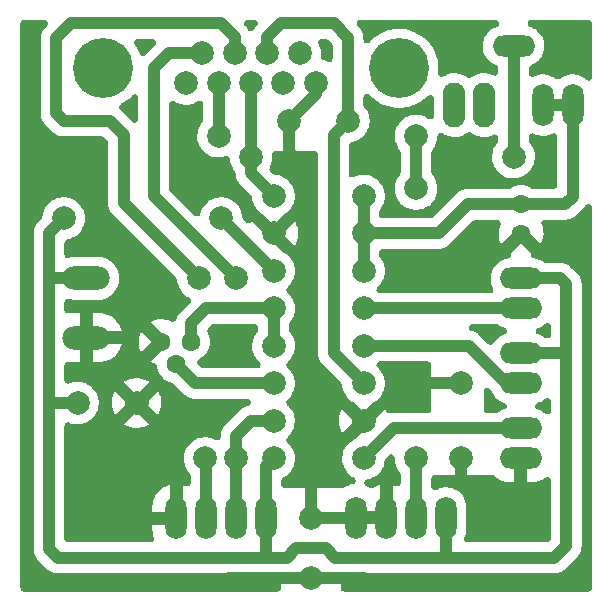
<source format=gbr>
%TF.GenerationSoftware,KiCad,Pcbnew,(6.0.6)*%
%TF.CreationDate,2022-08-24T17:59:29-03:00*%
%TF.ProjectId,hub_exterior,6875625f-6578-4746-9572-696f722e6b69,rev?*%
%TF.SameCoordinates,Original*%
%TF.FileFunction,Copper,L2,Bot*%
%TF.FilePolarity,Positive*%
%FSLAX46Y46*%
G04 Gerber Fmt 4.6, Leading zero omitted, Abs format (unit mm)*
G04 Created by KiCad (PCBNEW (6.0.6)) date 2022-08-24 17:59:29*
%MOMM*%
%LPD*%
G01*
G04 APERTURE LIST*
%TA.AperFunction,ComponentPad*%
%ADD10C,2.000000*%
%TD*%
%TA.AperFunction,ComponentPad*%
%ADD11O,3.600000X1.800000*%
%TD*%
%TA.AperFunction,ComponentPad*%
%ADD12O,1.800000X3.600000*%
%TD*%
%TA.AperFunction,ComponentPad*%
%ADD13O,4.000000X2.000000*%
%TD*%
%TA.AperFunction,ComponentPad*%
%ADD14C,1.600000*%
%TD*%
%TA.AperFunction,ComponentPad*%
%ADD15O,1.900000X3.800000*%
%TD*%
%TA.AperFunction,ComponentPad*%
%ADD16C,5.080000*%
%TD*%
%TA.AperFunction,ViaPad*%
%ADD17C,2.000000*%
%TD*%
%TA.AperFunction,Conductor*%
%ADD18C,1.000000*%
%TD*%
G04 APERTURE END LIST*
D10*
%TO.P,R8,1,1*%
%TO.N,+5V*%
X22225000Y27940000D03*
%TO.P,R8,2,2*%
%TO.N,Net-(C3-Pad+)*%
X29845000Y27940000D03*
%TD*%
D11*
%TO.P,LV,1,S*%
%TO.N,GND*%
X43160000Y12065000D03*
%TO.P,LV,2,S*%
%TO.N,Net-(LED0-Pad2)*%
X43160000Y14605000D03*
%TD*%
D10*
%TO.P,R6,1,1*%
%TO.N,Net-(R5-Pad1)*%
X19050000Y12085000D03*
%TO.P,R6,2,2*%
%TO.N,Net-(R6-Pad2)*%
X19050000Y27325000D03*
%TD*%
%TO.P,R7,1,1*%
%TO.N,Net-(C3-Pad+)*%
X29845000Y34290000D03*
%TO.P,R7,2,2*%
%TO.N,/N$4*%
X22225000Y34290000D03*
%TD*%
%TO.P,C2,2,1*%
%TO.N,+5V*%
X5628000Y16764000D03*
%TO.P,C2,2,2*%
%TO.N,GND*%
X10628000Y16764000D03*
%TD*%
D12*
%TO.P,LLUVIA,1,S*%
%TO.N,GND*%
X29210000Y7025000D03*
%TO.P,LLUVIA,2,S*%
X31750000Y7025000D03*
%TO.P,LLUVIA,3,S*%
%TO.N,Net-(X1-Pad2)*%
X34290000Y7025000D03*
%TO.P,LLUVIA,4,S*%
%TO.N,+5V*%
X36830000Y7025000D03*
%TD*%
D11*
%TO.P,LR,1,S*%
%TO.N,Net-(R2-Pad2)*%
X43200000Y18415000D03*
%TO.P,LR,2,S*%
%TO.N,+5V*%
X43200000Y20955000D03*
%TD*%
D13*
%TO.P,DC,1,KL*%
%TO.N,+5V*%
X6350000Y27305000D03*
%TO.P,DC,2,KL*%
%TO.N,GND*%
X6350000Y22305000D03*
%TD*%
D10*
%TO.P,R2,1,1*%
%TO.N,Net-(Q1-Pad3)*%
X22225000Y21590000D03*
%TO.P,R2,2,2*%
%TO.N,Net-(R2-Pad2)*%
X29845000Y21590000D03*
%TD*%
D14*
%TO.P,Q1,1,E*%
%TO.N,GND*%
X12700000Y21950000D03*
%TO.P,Q1,2,B*%
%TO.N,Net-(Q1-Pad2)*%
X13970000Y20045000D03*
%TO.P,Q1,3,C*%
%TO.N,Net-(Q1-Pad3)*%
X15240000Y21950000D03*
%TD*%
D10*
%TO.P,C1,1,1*%
%TO.N,/N$8*%
X28555000Y40640000D03*
%TO.P,C1,2,2*%
%TO.N,GND*%
X23555000Y40640000D03*
%TD*%
%TO.P,R4,1,1*%
%TO.N,+5V*%
X22225000Y12065000D03*
%TO.P,R4,2,2*%
%TO.N,Net-(LED0-Pad2)*%
X29845000Y12065000D03*
%TD*%
D11*
%TO.P,B,1,S*%
%TO.N,Net-(R3-Pad2)*%
X43200000Y24765000D03*
%TO.P,B,2,S*%
%TO.N,+5V*%
X43200000Y27305000D03*
%TD*%
D12*
%TO.P,GPS,1,S*%
%TO.N,GND*%
X13970000Y7005000D03*
%TO.P,GPS,2,S*%
%TO.N,Net-(X1-Pad7)*%
X16510000Y7005000D03*
%TO.P,GPS,3,S*%
%TO.N,Net-(R5-Pad1)*%
X19050000Y7005000D03*
%TO.P,GPS,4,S*%
%TO.N,+5V*%
X21590000Y7005000D03*
%TD*%
D10*
%TO.P,R5,1,1*%
%TO.N,Net-(R5-Pad1)*%
X22225000Y15240000D03*
%TO.P,R5,2,2*%
%TO.N,GND*%
X29845000Y15240000D03*
%TD*%
D14*
%TO.P,C3,1*%
%TO.N,Net-(C3-Pad+)*%
X43180000Y33590112D03*
%TO.P,C3,2*%
%TO.N,GND*%
X43180000Y31090112D03*
%TD*%
D10*
%TO.P,R3,1,1*%
%TO.N,Net-(Q1-Pad3)*%
X22225000Y24765000D03*
%TO.P,R3,2,2*%
%TO.N,Net-(R3-Pad2)*%
X29845000Y24765000D03*
%TD*%
D11*
%TO.P,U$1,P$3,1*%
%TO.N,/N$4*%
X42545000Y46990000D03*
D15*
%TO.P,U$1,P$4,3*%
%TO.N,unconnected-(U$1-PadP$4)*%
X40045000Y41990000D03*
D12*
%TO.P,U$1,P$5,4*%
%TO.N,Net-(C3-Pad+)*%
X45045000Y41990000D03*
D15*
%TO.P,U$1,P$6,2*%
%TO.N,unconnected-(U$1-PadP$6)*%
X37545000Y41990000D03*
D12*
%TO.P,U$1,P$7,5*%
%TO.N,Net-(C3-Pad+)*%
X47545000Y41990000D03*
%TD*%
D10*
%TO.P,R1,1,1*%
%TO.N,Net-(Q1-Pad2)*%
X22225000Y18415000D03*
%TO.P,R1,2,2*%
%TO.N,/N$8*%
X29845000Y18415000D03*
%TD*%
%TO.P,X1,1,1*%
%TO.N,unconnected-(X1-Pad1)*%
X14833600Y43815000D03*
%TO.P,X1,2,2*%
%TO.N,Net-(X1-Pad2)*%
X17576800Y43815000D03*
%TO.P,X1,3,3*%
%TO.N,/N$4*%
X20320000Y43815000D03*
%TO.P,X1,4,4*%
%TO.N,unconnected-(X1-Pad4)*%
X23063200Y43815000D03*
%TO.P,X1,5,5*%
%TO.N,GND*%
X25806400Y43815000D03*
%TO.P,X1,6,6*%
%TO.N,Net-(R6-Pad2)*%
X16205200Y46355000D03*
%TO.P,X1,7,7*%
%TO.N,Net-(X1-Pad7)*%
X18948400Y46355000D03*
%TO.P,X1,8,8*%
%TO.N,/N$8*%
X21691600Y46355000D03*
%TO.P,X1,9,9*%
%TO.N,unconnected-(X1-Pad9)*%
X24434800Y46355000D03*
D16*
%TO.P,X1,G1,G1*%
%TO.N,unconnected-(X1-PadG1)*%
X7797800Y45085000D03*
%TO.P,X1,G2,G2*%
%TO.N,unconnected-(X1-PadG2)*%
X32842200Y45085000D03*
%TD*%
D10*
%TO.P,R9,1,1*%
%TO.N,Net-(C3-Pad+)*%
X29845000Y31115000D03*
%TO.P,R9,2,2*%
%TO.N,GND*%
X22225000Y31115000D03*
%TD*%
D17*
%TO.N,GND*%
X38100000Y12065000D03*
X25400000Y1925000D03*
X38100000Y18415000D03*
X25400000Y6985000D03*
%TO.N,+5V*%
X17780000Y32385000D03*
X4445000Y32385000D03*
%TO.N,/N$4*%
X20320000Y37592000D03*
X42545000Y37592000D03*
%TO.N,Net-(X1-Pad2)*%
X34290000Y12065000D03*
X34290000Y39370000D03*
X34290000Y34925000D03*
X17576800Y39370000D03*
%TO.N,Net-(X1-Pad7)*%
X15875000Y27305000D03*
X16450578Y12064532D03*
%TD*%
D18*
%TO.N,/N$8*%
X22860000Y48895000D02*
X21691600Y47726600D01*
X21691600Y47726600D02*
X21691600Y46355000D01*
X28535000Y41275000D02*
X28535000Y47665000D01*
X28535000Y47665000D02*
X27305000Y48895000D01*
X27305000Y39410000D02*
X27305000Y20955000D01*
X27305000Y48895000D02*
X22860000Y48895000D01*
X28535000Y40640000D02*
X27305000Y39410000D01*
X27305000Y20955000D02*
X29845000Y18415000D01*
%TO.N,GND*%
X29210000Y7025000D02*
X27845000Y7025000D01*
X25400000Y1925000D02*
X18435000Y1925000D01*
X27845000Y7025000D02*
X27825000Y7005000D01*
X23555000Y40640000D02*
X23555000Y38040000D01*
X25400000Y6985000D02*
X25400000Y10795000D01*
X18435000Y1925000D02*
X18415000Y1905000D01*
X25806400Y43815000D02*
X25806400Y42911400D01*
X23555000Y38040000D02*
X24765000Y36830000D01*
X25806400Y42911400D02*
X23535000Y40640000D01*
X25420000Y7005000D02*
X25400000Y6985000D01*
X38100000Y12065000D02*
X38100000Y10160000D01*
X38100000Y18415000D02*
X33655000Y18415000D01*
X27825000Y7005000D02*
X25420000Y7005000D01*
X18415000Y1905000D02*
X29845000Y1905000D01*
%TO.N,+5V*%
X21415000Y3655000D02*
X23340000Y3655000D01*
X21590000Y11430000D02*
X21590000Y7005000D01*
X46870000Y20955000D02*
X47000000Y20825000D01*
X3215000Y31155000D02*
X3215000Y27091000D01*
X5628000Y16764000D02*
X3556000Y16764000D01*
X22225000Y12065000D02*
X21590000Y11430000D01*
X21590000Y3830000D02*
X21415000Y3655000D01*
X43200000Y20955000D02*
X46870000Y20955000D01*
X3556000Y16764000D02*
X3215000Y16423000D01*
X3215000Y27091000D02*
X3215000Y17780000D01*
X36830000Y3845000D02*
X37020000Y3655000D01*
X46000000Y3655000D02*
X47000000Y4655000D01*
X36830000Y7025000D02*
X36830000Y3845000D01*
X21590000Y7005000D02*
X21590000Y3830000D01*
X3215000Y16423000D02*
X3215000Y17780000D01*
X3965000Y3655000D02*
X3215000Y4405000D01*
X6350000Y27305000D02*
X3429000Y27305000D01*
X4445000Y32385000D02*
X3215000Y31155000D01*
X3215000Y4405000D02*
X3215000Y16423000D01*
X47000000Y26825000D02*
X47000000Y20825000D01*
X26670000Y4445000D02*
X27460000Y3655000D01*
X17780000Y32385000D02*
X22225000Y27940000D01*
X27460000Y3655000D02*
X46000000Y3655000D01*
X24130000Y4445000D02*
X26670000Y4445000D01*
X21415000Y3655000D02*
X3965000Y3655000D01*
X46520000Y27305000D02*
X47000000Y26825000D01*
X43200000Y27305000D02*
X46520000Y27305000D01*
X23340000Y3655000D02*
X24130000Y4445000D01*
X3429000Y27305000D02*
X3215000Y27091000D01*
X47000000Y4655000D02*
X47000000Y24655000D01*
%TO.N,Net-(LED0-Pad2)*%
X29845000Y12065000D02*
X32385000Y14605000D01*
X32385000Y14605000D02*
X43160000Y14605000D01*
%TO.N,Net-(Q1-Pad2)*%
X15600000Y18415000D02*
X13970000Y20045000D01*
X22225000Y18415000D02*
X15600000Y18415000D01*
%TO.N,Net-(Q1-Pad3)*%
X22225000Y21590000D02*
X22225000Y24765000D01*
X22225000Y24765000D02*
X16510000Y24765000D01*
X15240000Y21950000D02*
X15240000Y23495000D01*
X16510000Y24765000D02*
X15240000Y23495000D01*
%TO.N,Net-(R2-Pad2)*%
X29845000Y21590000D02*
X38735000Y21590000D01*
X38735000Y21590000D02*
X41910000Y18415000D01*
X41910000Y18415000D02*
X43200000Y18415000D01*
%TO.N,Net-(R3-Pad2)*%
X43200000Y24765000D02*
X29845000Y24765000D01*
%TO.N,Net-(R5-Pad1)*%
X19050000Y11430000D02*
X19050000Y13970000D01*
X19050000Y7005000D02*
X19050000Y12085000D01*
X22225000Y15240000D02*
X20320000Y15240000D01*
X20320000Y15240000D02*
X19050000Y13970000D01*
%TO.N,Net-(R6-Pad2)*%
X12065000Y34290000D02*
X12065000Y45085000D01*
X13335000Y46355000D02*
X16205200Y46355000D01*
X12065000Y45085000D02*
X13335000Y46355000D01*
X19050000Y27325000D02*
X19030000Y27325000D01*
X19030000Y27325000D02*
X12065000Y34290000D01*
%TO.N,Net-(C3-Pad+)*%
X38670112Y33590112D02*
X36195000Y31115000D01*
X29845000Y27940000D02*
X29845000Y33000000D01*
X43180000Y33590112D02*
X46925112Y33590112D01*
X36195000Y31115000D02*
X29845000Y31115000D01*
X46925112Y33590112D02*
X47545000Y34210000D01*
X47545000Y34210000D02*
X47545000Y41990000D01*
X29845000Y31115000D02*
X29845000Y34290000D01*
X47545000Y41990000D02*
X45045000Y41990000D01*
X43180000Y33590112D02*
X38670112Y33590112D01*
%TO.N,/N$4*%
X20320000Y43180000D02*
X20320000Y37465000D01*
X42545000Y46990000D02*
X42545000Y37465000D01*
X20320000Y36195000D02*
X20320000Y37592000D01*
X22225000Y34290000D02*
X20320000Y36195000D01*
%TO.N,Net-(X1-Pad2)*%
X34290000Y34925000D02*
X34290000Y39370000D01*
X34290000Y12065000D02*
X34290000Y7025000D01*
X17576800Y39370000D02*
X17576800Y43815000D01*
%TO.N,Net-(X1-Pad7)*%
X9525000Y39475000D02*
X8360000Y40640000D01*
X16510000Y12005110D02*
X16450578Y12064532D01*
X4445000Y40640000D02*
X3810000Y41275000D01*
X8360000Y40640000D02*
X4445000Y40640000D01*
X3810000Y47625000D02*
X5080000Y48895000D01*
X15875000Y27305000D02*
X9525000Y33655000D01*
X16510000Y7005000D02*
X16510000Y12005110D01*
X9525000Y33655000D02*
X9525000Y39475000D01*
X3810000Y41275000D02*
X3810000Y47625000D01*
X18948400Y47726600D02*
X18948400Y46355000D01*
X5080000Y48895000D02*
X17780000Y48895000D01*
X17780000Y48895000D02*
X18948400Y47726600D01*
%TD*%
%TA.AperFunction,Conductor*%
%TO.N,GND*%
G36*
X49048684Y33616908D02*
G01*
X49132491Y33545841D01*
X49184966Y33449298D01*
X49199500Y33357211D01*
X49199500Y1099500D01*
X49179309Y991489D01*
X49121464Y898065D01*
X49033776Y831846D01*
X48928088Y801775D01*
X48900500Y800500D01*
X28239000Y800500D01*
X28130989Y820691D01*
X28037565Y878536D01*
X27971346Y966224D01*
X27941275Y1071912D01*
X27940000Y1099500D01*
X27940000Y2055500D01*
X27960191Y2163511D01*
X28018036Y2256935D01*
X28105724Y2323154D01*
X28211412Y2353225D01*
X28239000Y2354500D01*
X36906217Y2354500D01*
X36906221Y2354499D01*
X37133779Y2354499D01*
X37133783Y2354500D01*
X45886217Y2354500D01*
X45886221Y2354499D01*
X46113779Y2354499D01*
X46126635Y2356766D01*
X46126636Y2356766D01*
X46141848Y2359448D01*
X46157063Y2362131D01*
X46182925Y2365536D01*
X46185026Y2365720D01*
X46226692Y2369365D01*
X46269150Y2380742D01*
X46294605Y2386384D01*
X46325025Y2391748D01*
X46325027Y2391749D01*
X46337880Y2394015D01*
X46350142Y2398478D01*
X46350150Y2398480D01*
X46379181Y2409046D01*
X46404045Y2416886D01*
X46446496Y2428261D01*
X46458324Y2433776D01*
X46458331Y2433779D01*
X46486327Y2446834D01*
X46510419Y2456813D01*
X46539451Y2467380D01*
X46539454Y2467381D01*
X46551715Y2471844D01*
X46589783Y2493822D01*
X46612909Y2505860D01*
X46640906Y2518916D01*
X46640909Y2518918D01*
X46652734Y2524432D01*
X46688733Y2549639D01*
X46710711Y2563640D01*
X46748786Y2585623D01*
X46758786Y2594014D01*
X46758796Y2594021D01*
X46782453Y2613872D01*
X46803145Y2629750D01*
X46828448Y2647467D01*
X46828449Y2647468D01*
X46839139Y2654953D01*
X47000047Y2815861D01*
X47000049Y2815864D01*
X47839136Y3654951D01*
X47839139Y3654953D01*
X48000047Y3815861D01*
X48007532Y3826551D01*
X48007538Y3826558D01*
X48025253Y3851859D01*
X48041137Y3872560D01*
X48060986Y3896215D01*
X48069377Y3906215D01*
X48075903Y3917518D01*
X48075907Y3917524D01*
X48091352Y3944276D01*
X48105358Y3966262D01*
X48130568Y4002266D01*
X48149142Y4042099D01*
X48161175Y4065213D01*
X48183156Y4103285D01*
X48187622Y4115555D01*
X48198187Y4144581D01*
X48208166Y4168673D01*
X48221222Y4196673D01*
X48226739Y4208504D01*
X48238117Y4250967D01*
X48245957Y4275830D01*
X48248535Y4282914D01*
X48260985Y4317121D01*
X48268617Y4360404D01*
X48274264Y4385873D01*
X48282256Y4415699D01*
X48285635Y4428308D01*
X48289464Y4472075D01*
X48292869Y4497935D01*
X48298233Y4528358D01*
X48298233Y4528360D01*
X48300501Y4541221D01*
X48300501Y4768779D01*
X48300500Y4768785D01*
X48300500Y20711215D01*
X48300501Y20711221D01*
X48300501Y20938779D01*
X48300500Y20938785D01*
X48300500Y26711215D01*
X48300501Y26711221D01*
X48300501Y26938779D01*
X48298233Y26951642D01*
X48292869Y26982065D01*
X48289464Y27007925D01*
X48286773Y27038687D01*
X48286772Y27038690D01*
X48285635Y27051692D01*
X48274262Y27094135D01*
X48268617Y27119596D01*
X48263252Y27150022D01*
X48260985Y27162879D01*
X48245957Y27204170D01*
X48238116Y27229037D01*
X48226739Y27271496D01*
X48208166Y27311327D01*
X48198187Y27335419D01*
X48187622Y27364445D01*
X48187622Y27364446D01*
X48183156Y27376715D01*
X48161175Y27414787D01*
X48149142Y27437901D01*
X48130568Y27477734D01*
X48105358Y27513738D01*
X48091352Y27535724D01*
X48075907Y27562476D01*
X48075903Y27562482D01*
X48069377Y27573785D01*
X48041134Y27607444D01*
X48025253Y27628141D01*
X48007538Y27653442D01*
X48007532Y27653449D01*
X48000047Y27664139D01*
X47839139Y27825047D01*
X47839136Y27825049D01*
X47520049Y28144136D01*
X47520047Y28144139D01*
X47359139Y28305047D01*
X47323145Y28330250D01*
X47302453Y28346128D01*
X47278796Y28365979D01*
X47278786Y28365986D01*
X47268786Y28374377D01*
X47230711Y28396360D01*
X47208733Y28410361D01*
X47172734Y28435568D01*
X47160909Y28441082D01*
X47160906Y28441084D01*
X47132909Y28454140D01*
X47109779Y28466180D01*
X47071715Y28488156D01*
X47059454Y28492619D01*
X47059451Y28492620D01*
X47030419Y28503187D01*
X47006327Y28513166D01*
X46978331Y28526221D01*
X46978324Y28526224D01*
X46966496Y28531739D01*
X46924045Y28543114D01*
X46899181Y28550954D01*
X46870150Y28561520D01*
X46870142Y28561522D01*
X46857880Y28565985D01*
X46845027Y28568251D01*
X46845025Y28568252D01*
X46814605Y28573616D01*
X46789150Y28579258D01*
X46746692Y28590635D01*
X46702925Y28594464D01*
X46677063Y28597869D01*
X46661848Y28600552D01*
X46646636Y28603234D01*
X46646635Y28603234D01*
X46633779Y28605501D01*
X46406221Y28605501D01*
X46406217Y28605500D01*
X45300078Y28605500D01*
X45192067Y28625691D01*
X45122436Y28663992D01*
X45066275Y28705473D01*
X45006302Y28749770D01*
X44996251Y28755058D01*
X44996248Y28755060D01*
X44787396Y28864942D01*
X44787393Y28864943D01*
X44777337Y28870234D01*
X44532785Y28954679D01*
X44295848Y28997951D01*
X44193223Y29037219D01*
X44111711Y29110907D01*
X44062324Y29209065D01*
X44051730Y29318436D01*
X44063575Y29360735D01*
X44062668Y29360918D01*
X44073146Y29412841D01*
X44063702Y29428592D01*
X43199591Y30292704D01*
X43179724Y30306313D01*
X43166844Y30299139D01*
X42300703Y29432997D01*
X42286428Y29412158D01*
X42288982Y29393846D01*
X42310526Y29329569D01*
X42305451Y29219804D01*
X42261067Y29119285D01*
X42183368Y29041586D01*
X42082849Y28997203D01*
X42059620Y28992701D01*
X42053350Y28991742D01*
X42042024Y28990880D01*
X41789985Y28932461D01*
X41647446Y28875594D01*
X41560231Y28840799D01*
X41560227Y28840797D01*
X41549682Y28836590D01*
X41454577Y28780680D01*
X41336435Y28711228D01*
X41336432Y28711226D01*
X41326646Y28705473D01*
X41126009Y28542129D01*
X41118383Y28533704D01*
X40992715Y28394868D01*
X40952387Y28350315D01*
X40809778Y28134447D01*
X40805023Y28124133D01*
X40805021Y28124129D01*
X40706214Y27909799D01*
X40701462Y27899491D01*
X40698323Y27888580D01*
X40633754Y27664139D01*
X40629932Y27650855D01*
X40596833Y27394259D01*
X40600052Y27257668D01*
X40602646Y27147636D01*
X40602929Y27135610D01*
X40648078Y26880858D01*
X40731241Y26635867D01*
X40800609Y26502328D01*
X40832480Y26397173D01*
X40824214Y26287603D01*
X40776923Y26188417D01*
X40696997Y26113013D01*
X40595228Y26071573D01*
X40535271Y26065500D01*
X31233452Y26065500D01*
X31125441Y26085691D01*
X31032017Y26143536D01*
X30965798Y26231224D01*
X30935727Y26336912D01*
X30945866Y26446325D01*
X30994845Y26544688D01*
X31040260Y26592706D01*
X31102058Y26645022D01*
X31102060Y26645024D01*
X31110526Y26652191D01*
X31286976Y26853393D01*
X31431747Y27078466D01*
X31439661Y27096033D01*
X31537107Y27312357D01*
X31541661Y27322466D01*
X31548953Y27348321D01*
X31611290Y27569350D01*
X31611291Y27569355D01*
X31614302Y27580031D01*
X31620423Y27628141D01*
X31647128Y27838060D01*
X31647128Y27838063D01*
X31648075Y27845505D01*
X31649203Y27888580D01*
X31650353Y27932503D01*
X31650353Y27932509D01*
X31650549Y27940000D01*
X31635395Y28143927D01*
X31631539Y28195818D01*
X31631539Y28195821D01*
X31630717Y28206877D01*
X31602800Y28330250D01*
X31574105Y28457065D01*
X31574104Y28457069D01*
X31571655Y28467891D01*
X31563775Y28488156D01*
X31478685Y28706964D01*
X31478685Y28706965D01*
X31474662Y28717309D01*
X31359931Y28918046D01*
X31347378Y28940010D01*
X31347376Y28940013D01*
X31341868Y28949650D01*
X31335000Y28958362D01*
X31334996Y28958368D01*
X31209690Y29117317D01*
X31158677Y29214640D01*
X31145500Y29302426D01*
X31145500Y29515500D01*
X31165691Y29623511D01*
X31223536Y29716935D01*
X31311224Y29783154D01*
X31416912Y29813225D01*
X31444500Y29814500D01*
X36081217Y29814500D01*
X36081221Y29814499D01*
X36308779Y29814499D01*
X36321635Y29816766D01*
X36321636Y29816766D01*
X36336848Y29819448D01*
X36352063Y29822131D01*
X36377925Y29825536D01*
X36380026Y29825720D01*
X36421692Y29829365D01*
X36464150Y29840742D01*
X36489605Y29846384D01*
X36520025Y29851748D01*
X36520027Y29851749D01*
X36532880Y29854015D01*
X36545142Y29858478D01*
X36545150Y29858480D01*
X36574181Y29869046D01*
X36599045Y29876886D01*
X36641496Y29888261D01*
X36653324Y29893776D01*
X36653331Y29893779D01*
X36681327Y29906834D01*
X36705419Y29916813D01*
X36734451Y29927380D01*
X36734454Y29927381D01*
X36746715Y29931844D01*
X36784783Y29953822D01*
X36807909Y29965860D01*
X36835906Y29978916D01*
X36835909Y29978918D01*
X36847734Y29984432D01*
X36883733Y30009639D01*
X36905711Y30023640D01*
X36943786Y30045623D01*
X36953786Y30054014D01*
X36953796Y30054021D01*
X36977453Y30073872D01*
X36998145Y30089750D01*
X37023448Y30107467D01*
X37023449Y30107468D01*
X37034139Y30114953D01*
X37195047Y30275861D01*
X37195049Y30275864D01*
X39121222Y32202037D01*
X39211875Y32264135D01*
X39318838Y32289293D01*
X39332647Y32289612D01*
X41172101Y32289612D01*
X41280112Y32269421D01*
X41373536Y32211576D01*
X41439755Y32123888D01*
X41469826Y32018200D01*
X41459687Y31908787D01*
X41449231Y31878363D01*
X41372348Y31688548D01*
X41365828Y31668483D01*
X41306059Y31427867D01*
X41302435Y31407099D01*
X41277164Y31160452D01*
X41276502Y31139393D01*
X41286235Y30891640D01*
X41288548Y30870690D01*
X41333093Y30626787D01*
X41338336Y30606368D01*
X41416799Y30371187D01*
X41424871Y30351698D01*
X41492084Y30217185D01*
X41505726Y30199173D01*
X41520287Y30208217D01*
X42968575Y31656504D01*
X43059228Y31718602D01*
X43166191Y31743760D01*
X43275020Y31728579D01*
X43371015Y31675110D01*
X43391425Y31656504D01*
X44838366Y30209564D01*
X44858151Y30196011D01*
X44865739Y30204702D01*
X44867716Y30208437D01*
X44967966Y30435198D01*
X44975110Y30455044D01*
X45042407Y30693661D01*
X45046683Y30714304D01*
X45080079Y30962945D01*
X45081334Y30978135D01*
X45084613Y31082481D01*
X45084314Y31097727D01*
X45066597Y31347962D01*
X45063625Y31368843D01*
X45011445Y31611207D01*
X45005556Y31631475D01*
X44919749Y31864065D01*
X44918170Y31867562D01*
X44917605Y31869875D01*
X44916089Y31873986D01*
X44916560Y31874160D01*
X44892121Y31974312D01*
X44906393Y32083263D01*
X44959060Y32179702D01*
X45043007Y32250602D01*
X45146898Y32286390D01*
X45190676Y32289612D01*
X46811329Y32289612D01*
X46811333Y32289611D01*
X47038891Y32289611D01*
X47051747Y32291878D01*
X47051748Y32291878D01*
X47066960Y32294560D01*
X47082175Y32297243D01*
X47108037Y32300648D01*
X47110138Y32300832D01*
X47151804Y32304477D01*
X47194262Y32315854D01*
X47219717Y32321496D01*
X47250137Y32326860D01*
X47250139Y32326861D01*
X47262992Y32329127D01*
X47275254Y32333590D01*
X47275262Y32333592D01*
X47304293Y32344158D01*
X47329157Y32351998D01*
X47371608Y32363373D01*
X47383436Y32368888D01*
X47383443Y32368891D01*
X47411439Y32381946D01*
X47435531Y32391925D01*
X47464563Y32402492D01*
X47464566Y32402493D01*
X47476827Y32406956D01*
X47514895Y32428934D01*
X47538021Y32440972D01*
X47566018Y32454028D01*
X47566021Y32454030D01*
X47577846Y32459544D01*
X47613845Y32484751D01*
X47635823Y32498752D01*
X47673898Y32520735D01*
X47683898Y32529126D01*
X47683908Y32529133D01*
X47707565Y32548984D01*
X47728257Y32564862D01*
X47753560Y32582579D01*
X47753561Y32582580D01*
X47764251Y32590065D01*
X47925159Y32750973D01*
X47925161Y32750976D01*
X48384136Y33209951D01*
X48384139Y33209953D01*
X48545047Y33370861D01*
X48561115Y33393808D01*
X48570250Y33406855D01*
X48586128Y33427547D01*
X48605979Y33451204D01*
X48605986Y33451214D01*
X48614377Y33461214D01*
X48636360Y33499289D01*
X48650378Y33521291D01*
X48655584Y33528725D01*
X48734080Y33605617D01*
X48835053Y33648960D01*
X48944864Y33652901D01*
X49048684Y33616908D01*
G37*
%TD.AperFunction*%
%TA.AperFunction,Conductor*%
G36*
X2931476Y49179309D02*
G01*
X3024900Y49121464D01*
X3091119Y49033776D01*
X3121190Y48928088D01*
X3111051Y48818675D01*
X3062072Y48720312D01*
X3034890Y48689075D01*
X2970864Y48625049D01*
X2970861Y48625047D01*
X2809953Y48464139D01*
X2802468Y48453449D01*
X2802467Y48453448D01*
X2784750Y48428145D01*
X2768872Y48407453D01*
X2749021Y48383796D01*
X2749014Y48383786D01*
X2740623Y48373786D01*
X2718640Y48335711D01*
X2704639Y48313733D01*
X2679432Y48277734D01*
X2673918Y48265909D01*
X2673916Y48265906D01*
X2660860Y48237909D01*
X2648822Y48214783D01*
X2626844Y48176715D01*
X2622381Y48164454D01*
X2622380Y48164451D01*
X2611813Y48135419D01*
X2601834Y48111327D01*
X2588779Y48083331D01*
X2588776Y48083324D01*
X2583261Y48071496D01*
X2574856Y48040126D01*
X2571888Y48029051D01*
X2564046Y48004181D01*
X2553480Y47975150D01*
X2553478Y47975142D01*
X2549015Y47962880D01*
X2546749Y47950027D01*
X2546748Y47950025D01*
X2541384Y47919605D01*
X2535742Y47894150D01*
X2524365Y47851692D01*
X2521773Y47822065D01*
X2520536Y47807925D01*
X2517131Y47782063D01*
X2509499Y47738779D01*
X2509499Y47511221D01*
X2509500Y47511215D01*
X2509500Y41388786D01*
X2509499Y41388779D01*
X2509499Y41161221D01*
X2511766Y41148365D01*
X2511766Y41148364D01*
X2517131Y41117940D01*
X2520536Y41092075D01*
X2524365Y41048308D01*
X2535742Y41005850D01*
X2541384Y40980395D01*
X2542520Y40973956D01*
X2549015Y40937120D01*
X2553478Y40924858D01*
X2553480Y40924850D01*
X2564046Y40895819D01*
X2571886Y40870955D01*
X2583261Y40828504D01*
X2588776Y40816676D01*
X2588779Y40816669D01*
X2601834Y40788673D01*
X2611813Y40764581D01*
X2626844Y40723285D01*
X2643152Y40695038D01*
X2648820Y40685221D01*
X2660860Y40662091D01*
X2671162Y40640000D01*
X2679432Y40622266D01*
X2704639Y40586267D01*
X2718640Y40564289D01*
X2740623Y40526214D01*
X2749014Y40516214D01*
X2749021Y40516204D01*
X2768872Y40492547D01*
X2784750Y40471855D01*
X2809953Y40435861D01*
X2970861Y40274953D01*
X2970864Y40274951D01*
X3444951Y39800864D01*
X3444953Y39800861D01*
X3605861Y39639953D01*
X3616551Y39632468D01*
X3616552Y39632467D01*
X3641855Y39614750D01*
X3662547Y39598872D01*
X3686204Y39579021D01*
X3686214Y39579014D01*
X3696214Y39570623D01*
X3734289Y39548640D01*
X3756267Y39534639D01*
X3792266Y39509432D01*
X3804091Y39503918D01*
X3804094Y39503916D01*
X3832091Y39490860D01*
X3855217Y39478822D01*
X3893285Y39456844D01*
X3905546Y39452381D01*
X3905549Y39452380D01*
X3934581Y39441813D01*
X3958673Y39431834D01*
X3977466Y39423071D01*
X3998504Y39413261D01*
X4040967Y39401883D01*
X4065830Y39394043D01*
X4107121Y39379015D01*
X4119978Y39376748D01*
X4150404Y39371383D01*
X4175865Y39365738D01*
X4218308Y39354365D01*
X4231310Y39353228D01*
X4231313Y39353227D01*
X4262075Y39350536D01*
X4287935Y39347131D01*
X4318358Y39341767D01*
X4318360Y39341767D01*
X4331221Y39339499D01*
X4558779Y39339499D01*
X4558783Y39339500D01*
X7697465Y39339500D01*
X7805476Y39319309D01*
X7898900Y39261464D01*
X7908890Y39251925D01*
X8136925Y39023890D01*
X8199023Y38933237D01*
X8224181Y38826274D01*
X8224500Y38812465D01*
X8224500Y33768785D01*
X8224499Y33768779D01*
X8224499Y33541221D01*
X8226766Y33528365D01*
X8226766Y33528364D01*
X8232131Y33497940D01*
X8235536Y33472075D01*
X8239365Y33428308D01*
X8250742Y33385850D01*
X8256384Y33360395D01*
X8256946Y33357211D01*
X8264015Y33317120D01*
X8268478Y33304858D01*
X8268480Y33304850D01*
X8279046Y33275819D01*
X8286886Y33250955D01*
X8298261Y33208504D01*
X8303776Y33196676D01*
X8303779Y33196669D01*
X8316834Y33168673D01*
X8326813Y33144581D01*
X8337380Y33115549D01*
X8341844Y33103285D01*
X8363820Y33065221D01*
X8375860Y33042091D01*
X8388916Y33014094D01*
X8394432Y33002266D01*
X8419639Y32966267D01*
X8433640Y32944289D01*
X8455623Y32906214D01*
X8464014Y32896214D01*
X8464021Y32896204D01*
X8483872Y32872547D01*
X8499750Y32851855D01*
X8524953Y32815861D01*
X8685861Y32654953D01*
X8685863Y32654952D01*
X13992494Y27348321D01*
X14054592Y27257668D01*
X14079725Y27151243D01*
X14080424Y27136690D01*
X14082909Y27084959D01*
X14135118Y26822488D01*
X14138865Y26812052D01*
X14138866Y26812048D01*
X14204721Y26628629D01*
X14225549Y26570617D01*
X14352215Y26334879D01*
X14358849Y26325994D01*
X14358851Y26325992D01*
X14505696Y26129343D01*
X14505700Y26129339D01*
X14512335Y26120453D01*
X14520211Y26112646D01*
X14520214Y26112642D01*
X14694509Y25939862D01*
X14694513Y25939859D01*
X14702390Y25932050D01*
X14918205Y25773808D01*
X15057890Y25700316D01*
X15144077Y25632155D01*
X15199822Y25537463D01*
X15217595Y25429028D01*
X15194998Y25321494D01*
X15130095Y25224280D01*
X14400864Y24495049D01*
X14400861Y24495047D01*
X14239953Y24334139D01*
X14232468Y24323449D01*
X14232467Y24323448D01*
X14214750Y24298145D01*
X14198872Y24277453D01*
X14179021Y24253796D01*
X14179014Y24253786D01*
X14170623Y24243786D01*
X14148640Y24205711D01*
X14134639Y24183733D01*
X14109432Y24147734D01*
X14103918Y24135909D01*
X14103916Y24135906D01*
X14090860Y24107909D01*
X14078822Y24084783D01*
X14056844Y24046715D01*
X14052381Y24034454D01*
X14052380Y24034451D01*
X14041813Y24005419D01*
X14031834Y23981327D01*
X14018779Y23953331D01*
X14018776Y23953324D01*
X14013261Y23941496D01*
X14009882Y23928885D01*
X14001888Y23899051D01*
X13994046Y23874181D01*
X13983481Y23845152D01*
X13983480Y23845147D01*
X13979015Y23832880D01*
X13978864Y23832022D01*
X13933903Y23738127D01*
X13853851Y23662857D01*
X13752013Y23621587D01*
X13642144Y23619893D01*
X13546451Y23653736D01*
X13520279Y23668393D01*
X13501176Y23677382D01*
X13269962Y23766831D01*
X13249810Y23773031D01*
X13008284Y23829014D01*
X12987453Y23832313D01*
X12740449Y23853706D01*
X12719364Y23854037D01*
X12471820Y23840414D01*
X12450888Y23837770D01*
X12207727Y23789402D01*
X12187387Y23783837D01*
X11953472Y23701693D01*
X11934107Y23693313D01*
X11827328Y23637846D01*
X11810245Y23624481D01*
X11823887Y23603931D01*
X13266392Y22161425D01*
X13328490Y22070772D01*
X13353648Y21963809D01*
X13338467Y21854980D01*
X13284998Y21758985D01*
X13266392Y21738575D01*
X12700000Y21172183D01*
X11820703Y20292885D01*
X11807389Y20273448D01*
X11822670Y20260316D01*
X11826156Y20258218D01*
X11844958Y20248638D01*
X12073238Y20151973D01*
X12093206Y20145137D01*
X12157462Y20128100D01*
X12256691Y20080902D01*
X12332170Y20001045D01*
X12373704Y19899315D01*
X12378910Y19862548D01*
X12380100Y19847438D01*
X12382403Y19818175D01*
X12384317Y19793852D01*
X12443127Y19548889D01*
X12539534Y19316141D01*
X12671164Y19101341D01*
X12834776Y18909776D01*
X13026341Y18746164D01*
X13036356Y18740027D01*
X13225593Y18624062D01*
X13241141Y18614534D01*
X13251994Y18610039D01*
X13251997Y18610037D01*
X13393981Y18551226D01*
X13473889Y18518127D01*
X13633757Y18479746D01*
X13734070Y18434900D01*
X13775382Y18400433D01*
X14599951Y17575864D01*
X14599953Y17575861D01*
X14760861Y17414953D01*
X14771551Y17407468D01*
X14771552Y17407467D01*
X14796855Y17389750D01*
X14817547Y17373872D01*
X14841204Y17354021D01*
X14841214Y17354014D01*
X14851214Y17345623D01*
X14889289Y17323640D01*
X14911267Y17309639D01*
X14947266Y17284432D01*
X14959091Y17278918D01*
X14959094Y17278916D01*
X14987091Y17265860D01*
X15010217Y17253822D01*
X15048285Y17231844D01*
X15060546Y17227381D01*
X15060549Y17227380D01*
X15089581Y17216813D01*
X15113673Y17206834D01*
X15141669Y17193779D01*
X15141676Y17193776D01*
X15153504Y17188261D01*
X15195955Y17176886D01*
X15220819Y17169046D01*
X15249850Y17158480D01*
X15249858Y17158478D01*
X15262120Y17154015D01*
X15274973Y17151749D01*
X15274975Y17151748D01*
X15305395Y17146384D01*
X15330850Y17140742D01*
X15373308Y17129365D01*
X15414974Y17125720D01*
X15417075Y17125536D01*
X15442937Y17122131D01*
X15454888Y17120024D01*
X15473364Y17116766D01*
X15473365Y17116766D01*
X15486221Y17114499D01*
X15713779Y17114499D01*
X15713783Y17114500D01*
X20021894Y17114500D01*
X20129905Y17094309D01*
X20223329Y17036464D01*
X20289548Y16948776D01*
X20319619Y16843088D01*
X20309480Y16733675D01*
X20260501Y16635312D01*
X20179297Y16561285D01*
X20092617Y16528216D01*
X20093309Y16525635D01*
X20093308Y16525635D01*
X20050850Y16514258D01*
X20025395Y16508616D01*
X19994975Y16503252D01*
X19994973Y16503251D01*
X19982120Y16500985D01*
X19969858Y16496522D01*
X19969850Y16496520D01*
X19940819Y16485954D01*
X19915955Y16478114D01*
X19873504Y16466739D01*
X19861676Y16461224D01*
X19861669Y16461221D01*
X19833673Y16448166D01*
X19809581Y16438187D01*
X19780549Y16427620D01*
X19780546Y16427619D01*
X19768285Y16423156D01*
X19735159Y16404031D01*
X19730221Y16401180D01*
X19707091Y16389140D01*
X19679094Y16376084D01*
X19679091Y16376082D01*
X19667266Y16370568D01*
X19631267Y16345361D01*
X19609289Y16331360D01*
X19571214Y16309377D01*
X19561214Y16300986D01*
X19561204Y16300979D01*
X19537547Y16281128D01*
X19516855Y16265250D01*
X19494576Y16249650D01*
X19480861Y16240047D01*
X19319953Y16079139D01*
X19319951Y16079136D01*
X18210864Y14970049D01*
X18210861Y14970047D01*
X18049953Y14809139D01*
X18042468Y14798449D01*
X18042467Y14798448D01*
X18024750Y14773145D01*
X18008872Y14752453D01*
X17989021Y14728796D01*
X17989014Y14728786D01*
X17980623Y14718786D01*
X17958640Y14680711D01*
X17944639Y14658733D01*
X17919432Y14622734D01*
X17913918Y14610909D01*
X17913916Y14610906D01*
X17900860Y14582909D01*
X17888822Y14559783D01*
X17866844Y14521715D01*
X17862381Y14509454D01*
X17862380Y14509451D01*
X17851813Y14480419D01*
X17841834Y14456327D01*
X17828779Y14428331D01*
X17828776Y14428324D01*
X17823261Y14416496D01*
X17819882Y14403885D01*
X17811888Y14374051D01*
X17804046Y14349181D01*
X17793480Y14320150D01*
X17793478Y14320142D01*
X17789015Y14307880D01*
X17786749Y14295027D01*
X17786748Y14295025D01*
X17781384Y14264605D01*
X17775742Y14239150D01*
X17764365Y14196692D01*
X17763227Y14183682D01*
X17760536Y14152925D01*
X17757131Y14127063D01*
X17749499Y14083779D01*
X17749499Y13912431D01*
X17729308Y13804420D01*
X17671463Y13710996D01*
X17583775Y13644777D01*
X17478087Y13614706D01*
X17368674Y13624845D01*
X17318260Y13644264D01*
X17126949Y13738608D01*
X16999890Y13779280D01*
X16882648Y13816810D01*
X16882642Y13816811D01*
X16872075Y13820194D01*
X16607942Y13863210D01*
X16511911Y13864467D01*
X16351456Y13866568D01*
X16351451Y13866568D01*
X16340352Y13866713D01*
X16329353Y13865216D01*
X16329352Y13865216D01*
X16086179Y13832122D01*
X16086172Y13832121D01*
X16075183Y13830625D01*
X16064528Y13827520D01*
X16064526Y13827519D01*
X15899024Y13779280D01*
X15818261Y13755740D01*
X15575230Y13643701D01*
X15351429Y13496970D01*
X15151775Y13318772D01*
X14980653Y13113020D01*
X14841822Y12884234D01*
X14837536Y12874012D01*
X14837532Y12874005D01*
X14828282Y12851945D01*
X14738333Y12637441D01*
X14735603Y12626693D01*
X14735601Y12626686D01*
X14682966Y12419434D01*
X14672459Y12378062D01*
X14645648Y12111796D01*
X14646180Y12100717D01*
X14646180Y12100713D01*
X14652074Y11977999D01*
X14658487Y11844491D01*
X14710696Y11582020D01*
X14714443Y11571584D01*
X14714444Y11571580D01*
X14759006Y11447466D01*
X14801127Y11330149D01*
X14927793Y11094411D01*
X14934427Y11085526D01*
X14934429Y11085524D01*
X15081274Y10888875D01*
X15081278Y10888871D01*
X15087913Y10879985D01*
X15120999Y10847187D01*
X15183493Y10756807D01*
X15209118Y10649954D01*
X15209500Y10634840D01*
X15209500Y10006305D01*
X15189309Y9898294D01*
X15131464Y9804870D01*
X15043776Y9738651D01*
X14938088Y9708580D01*
X14828675Y9718719D01*
X14802618Y9727446D01*
X14569448Y9817652D01*
X14549283Y9823856D01*
X14546989Y9824388D01*
X14523029Y9825418D01*
X14520000Y9806657D01*
X14520000Y6754000D01*
X14499809Y6645989D01*
X14441964Y6552565D01*
X14354276Y6486346D01*
X14248588Y6456275D01*
X14221000Y6455000D01*
X11997708Y6455000D01*
X11974034Y6450575D01*
X11970000Y6436397D01*
X11970000Y6038127D01*
X11970373Y6027569D01*
X11984148Y5833027D01*
X11987120Y5812144D01*
X12042283Y5555919D01*
X12048164Y5535675D01*
X12113716Y5357989D01*
X12132158Y5249665D01*
X12110223Y5141995D01*
X12050875Y5049518D01*
X11962128Y4984726D01*
X11855968Y4956368D01*
X11833197Y4955500D01*
X4814500Y4955500D01*
X4706489Y4975691D01*
X4613065Y5033536D01*
X4546846Y5121224D01*
X4516775Y5226912D01*
X4515500Y5254500D01*
X4515500Y7582708D01*
X11970000Y7582708D01*
X11974425Y7559034D01*
X11988603Y7555000D01*
X13392292Y7555000D01*
X13415966Y7559425D01*
X13420000Y7573603D01*
X13420000Y9803993D01*
X13415848Y9826204D01*
X13400225Y9824756D01*
X13183648Y9748700D01*
X13164294Y9740325D01*
X12931712Y9619508D01*
X12913733Y9608491D01*
X12700500Y9456112D01*
X12684245Y9442665D01*
X12494603Y9261755D01*
X12480417Y9246165D01*
X12318160Y9040343D01*
X12306299Y9022890D01*
X12174668Y8796269D01*
X12165389Y8777330D01*
X12066999Y8534417D01*
X12060477Y8514345D01*
X11997297Y8259998D01*
X11993671Y8239222D01*
X11970779Y8015795D01*
X11970000Y8000552D01*
X11970000Y7582708D01*
X4515500Y7582708D01*
X4515500Y14824161D01*
X4535691Y14932172D01*
X4540857Y14940516D01*
X9588582Y14940516D01*
X9602738Y14928124D01*
X9624694Y14914352D01*
X9642606Y14904748D01*
X9885020Y14795294D01*
X9904041Y14788220D01*
X10159064Y14712678D01*
X10178894Y14708246D01*
X10441801Y14668015D01*
X10462050Y14666315D01*
X10727982Y14662138D01*
X10748272Y14663201D01*
X11012316Y14695154D01*
X11032262Y14698959D01*
X11289538Y14766454D01*
X11308781Y14772930D01*
X11554506Y14874712D01*
X11572709Y14883748D01*
X11648337Y14927942D01*
X11665875Y14943127D01*
X11653768Y14960415D01*
X10647590Y15966593D01*
X10627724Y15980202D01*
X10614846Y15973029D01*
X9602174Y14960357D01*
X9588582Y14940516D01*
X4540857Y14940516D01*
X4593536Y15025596D01*
X4681224Y15091815D01*
X4786912Y15121886D01*
X4896325Y15111747D01*
X4913067Y15106447D01*
X5160690Y15019974D01*
X5279885Y14997344D01*
X5412707Y14972126D01*
X5412711Y14972126D01*
X5423606Y14970057D01*
X5525163Y14966067D01*
X5679929Y14959986D01*
X5679935Y14959986D01*
X5691013Y14959551D01*
X5830918Y14974873D01*
X5946015Y14987478D01*
X5946017Y14987478D01*
X5957035Y14988685D01*
X5967751Y14991506D01*
X5967755Y14991507D01*
X6205104Y15053996D01*
X6205108Y15053997D01*
X6215829Y15056820D01*
X6422251Y15145505D01*
X6451513Y15158077D01*
X6451514Y15158077D01*
X6461710Y15162458D01*
X6689275Y15303280D01*
X6893526Y15476191D01*
X7069976Y15677393D01*
X7214747Y15902466D01*
X7222687Y15920091D01*
X7294332Y16079139D01*
X7324661Y16146466D01*
X7333248Y16176912D01*
X7394290Y16393350D01*
X7394291Y16393355D01*
X7397302Y16404031D01*
X7402824Y16447432D01*
X7430128Y16662060D01*
X7430128Y16662063D01*
X7431075Y16669505D01*
X7433549Y16764000D01*
X7432667Y16775870D01*
X8523795Y16775870D01*
X8539105Y16510350D01*
X8541650Y16490198D01*
X8592858Y16229189D01*
X8598112Y16209583D01*
X8684266Y15957948D01*
X8692139Y15939220D01*
X8791213Y15742231D01*
X8804900Y15724256D01*
X8819659Y15733476D01*
X9830593Y16744410D01*
X9843824Y16763724D01*
X11411798Y16763724D01*
X11418971Y16750846D01*
X12430843Y15738974D01*
X12449211Y15726392D01*
X12464042Y15744450D01*
X12537002Y15878826D01*
X12545454Y15897288D01*
X12639470Y16146091D01*
X12645341Y16165535D01*
X12704718Y16424793D01*
X12707898Y16444868D01*
X12731922Y16714058D01*
X12732507Y16725792D01*
X12732846Y16758141D01*
X12732508Y16769846D01*
X12714124Y17039525D01*
X12711370Y17059626D01*
X12657432Y17320085D01*
X12651971Y17339643D01*
X12563187Y17590361D01*
X12555116Y17609011D01*
X12464235Y17785089D01*
X12450964Y17802143D01*
X12430243Y17788426D01*
X11425407Y16783590D01*
X11411798Y16763724D01*
X9843824Y16763724D01*
X9844202Y16764276D01*
X9837029Y16777154D01*
X8824697Y17789486D01*
X8806596Y17801885D01*
X8791394Y17783176D01*
X8709835Y17629139D01*
X8701573Y17610582D01*
X8610171Y17360815D01*
X8604502Y17341303D01*
X8547842Y17081434D01*
X8544875Y17061341D01*
X8524007Y16796200D01*
X8523795Y16775870D01*
X7432667Y16775870D01*
X7424988Y16879201D01*
X7414539Y17019818D01*
X7414539Y17019821D01*
X7413717Y17030877D01*
X7399364Y17094309D01*
X7357105Y17281065D01*
X7357104Y17281069D01*
X7354655Y17291891D01*
X7347757Y17309631D01*
X7261685Y17530964D01*
X7261685Y17530965D01*
X7257662Y17541309D01*
X7153801Y17723028D01*
X7130378Y17764010D01*
X7130376Y17764013D01*
X7124868Y17773650D01*
X7118000Y17782362D01*
X7117996Y17782368D01*
X6966061Y17975095D01*
X6959190Y17983811D01*
X6894836Y18044350D01*
X6772349Y18159574D01*
X6772350Y18159574D01*
X6764269Y18167175D01*
X6544385Y18319714D01*
X6534439Y18324619D01*
X6534432Y18324623D01*
X6314321Y18433169D01*
X6304371Y18438076D01*
X6211401Y18467836D01*
X6060070Y18516278D01*
X6060064Y18516279D01*
X6049497Y18519662D01*
X5785364Y18562678D01*
X5689333Y18563935D01*
X5528878Y18566036D01*
X5528873Y18566036D01*
X5517774Y18566181D01*
X5506775Y18564684D01*
X5506774Y18564684D01*
X5263601Y18531590D01*
X5263594Y18531589D01*
X5252605Y18530093D01*
X5241950Y18526988D01*
X5241948Y18526987D01*
X5006339Y18458314D01*
X4995683Y18455208D01*
X4985608Y18450563D01*
X4985599Y18450560D01*
X4939678Y18429390D01*
X4833136Y18402506D01*
X4724076Y18415926D01*
X4627229Y18467836D01*
X4555673Y18551226D01*
X4543755Y18584964D01*
X9589698Y18584964D01*
X9601454Y18568363D01*
X10608410Y17561407D01*
X10628276Y17547798D01*
X10641154Y17554971D01*
X11653275Y18567092D01*
X11666710Y18586705D01*
X11651910Y18599523D01*
X11611867Y18624062D01*
X11593883Y18633464D01*
X11350337Y18740373D01*
X11331219Y18747256D01*
X11075424Y18820122D01*
X11055555Y18824345D01*
X10792240Y18861819D01*
X10771980Y18863307D01*
X10506012Y18864700D01*
X10485737Y18863424D01*
X10222042Y18828709D01*
X10202136Y18824695D01*
X9945576Y18754508D01*
X9926407Y18747832D01*
X9681757Y18643480D01*
X9663654Y18634257D01*
X9607295Y18600526D01*
X9589698Y18584964D01*
X4543755Y18584964D01*
X4519074Y18654834D01*
X4515500Y18700925D01*
X4515500Y19966363D01*
X4535691Y20074374D01*
X4593536Y20167798D01*
X4681224Y20234017D01*
X4786912Y20264088D01*
X4878196Y20258500D01*
X5032566Y20224842D01*
X5052659Y20221875D01*
X5261223Y20205460D01*
X5272936Y20205000D01*
X5772292Y20205000D01*
X5795966Y20209425D01*
X5800000Y20223603D01*
X5800000Y20232708D01*
X6900000Y20232708D01*
X6904425Y20209034D01*
X6918603Y20205000D01*
X7416894Y20205000D01*
X7427044Y20205345D01*
X7625525Y20218876D01*
X7645626Y20221630D01*
X7906085Y20275568D01*
X7925643Y20281029D01*
X8176372Y20369817D01*
X8194997Y20377877D01*
X8431363Y20499874D01*
X8448717Y20510384D01*
X8666335Y20663328D01*
X8682118Y20676109D01*
X8876948Y20857157D01*
X8890865Y20871977D01*
X9059318Y21077787D01*
X9071090Y21094351D01*
X9210055Y21321122D01*
X9219468Y21339126D01*
X9326379Y21582675D01*
X9333253Y21601770D01*
X9369312Y21728355D01*
X9371402Y21750841D01*
X9349170Y21755000D01*
X6927708Y21755000D01*
X6904034Y21750575D01*
X6900000Y21736397D01*
X6900000Y20232708D01*
X5800000Y20232708D01*
X5800000Y21999281D01*
X10796502Y21999281D01*
X10806235Y21751528D01*
X10808548Y21730578D01*
X10853093Y21486675D01*
X10858336Y21466256D01*
X10936799Y21231075D01*
X10944871Y21211586D01*
X11012084Y21077073D01*
X11025726Y21059061D01*
X11040287Y21068105D01*
X11902592Y21930409D01*
X11916201Y21950276D01*
X11909027Y21963156D01*
X11043802Y22828380D01*
X11024728Y22841446D01*
X11010980Y22825190D01*
X10994701Y22797164D01*
X10985418Y22778214D01*
X10892348Y22548436D01*
X10885828Y22528371D01*
X10826059Y22287755D01*
X10822435Y22266987D01*
X10797164Y22020340D01*
X10796502Y21999281D01*
X5800000Y21999281D01*
X5800000Y22882708D01*
X6900000Y22882708D01*
X6904425Y22859034D01*
X6918603Y22855000D01*
X9349027Y22855000D01*
X9371533Y22859207D01*
X9369627Y22880984D01*
X9340510Y22987416D01*
X9333830Y23006598D01*
X9229480Y23251243D01*
X9220257Y23269346D01*
X9083674Y23497559D01*
X9072078Y23514243D01*
X8905783Y23721814D01*
X8892027Y23736773D01*
X8699099Y23919854D01*
X8683455Y23932797D01*
X8467455Y24088008D01*
X8450202Y24098706D01*
X8215139Y24223165D01*
X8196582Y24231427D01*
X7946815Y24322829D01*
X7927303Y24328498D01*
X7667434Y24385158D01*
X7647341Y24388125D01*
X7438777Y24404540D01*
X7427064Y24405000D01*
X6927708Y24405000D01*
X6904034Y24400575D01*
X6900000Y24386397D01*
X6900000Y22882708D01*
X5800000Y22882708D01*
X5800000Y24377292D01*
X5795575Y24400966D01*
X5781397Y24405000D01*
X5283106Y24405000D01*
X5272956Y24404655D01*
X5074475Y24391124D01*
X5054374Y24388370D01*
X4875133Y24351251D01*
X4765272Y24349119D01*
X4662059Y24386818D01*
X4579434Y24459256D01*
X4528556Y24556649D01*
X4515500Y24644039D01*
X4515500Y25274762D01*
X4535691Y25382773D01*
X4593536Y25476197D01*
X4681224Y25542416D01*
X4786912Y25572487D01*
X4888100Y25564562D01*
X5025719Y25529611D01*
X5025724Y25529610D01*
X5036470Y25526881D01*
X5047502Y25525770D01*
X5047503Y25525770D01*
X5251278Y25505251D01*
X5251287Y25505251D01*
X5258741Y25504500D01*
X7417944Y25504500D01*
X7526550Y25512571D01*
X7605818Y25518461D01*
X7605821Y25518461D01*
X7616877Y25519283D01*
X7627696Y25521731D01*
X7867065Y25575895D01*
X7867069Y25575896D01*
X7877891Y25578345D01*
X7888233Y25582367D01*
X7888237Y25582368D01*
X8116964Y25671315D01*
X8116965Y25671315D01*
X8127309Y25675338D01*
X8359650Y25808132D01*
X8368362Y25815000D01*
X8368368Y25815004D01*
X8561095Y25966939D01*
X8569811Y25973810D01*
X8598682Y26004500D01*
X8745574Y26160651D01*
X8753175Y26168731D01*
X8905714Y26388615D01*
X8910619Y26398561D01*
X8910623Y26398568D01*
X9000614Y26581052D01*
X9024076Y26628629D01*
X9089614Y26833368D01*
X9102278Y26872930D01*
X9102279Y26872936D01*
X9105662Y26883503D01*
X9148678Y27147636D01*
X9150236Y27266632D01*
X9152036Y27404122D01*
X9152036Y27404127D01*
X9152181Y27415226D01*
X9129241Y27583785D01*
X9117590Y27669399D01*
X9117589Y27669406D01*
X9116093Y27680395D01*
X9070139Y27838060D01*
X9044314Y27926661D01*
X9044314Y27926662D01*
X9041208Y27937317D01*
X8929169Y28180348D01*
X8812211Y28358738D01*
X8788523Y28394868D01*
X8788522Y28394869D01*
X8782438Y28404149D01*
X8604240Y28603803D01*
X8398488Y28774925D01*
X8169702Y28913756D01*
X8159480Y28918042D01*
X8159473Y28918046D01*
X7933142Y29012954D01*
X7933141Y29012954D01*
X7922909Y29017245D01*
X7912161Y29019975D01*
X7912154Y29019977D01*
X7674280Y29080389D01*
X7674278Y29080389D01*
X7663530Y29083119D01*
X7652498Y29084230D01*
X7652497Y29084230D01*
X7448722Y29104749D01*
X7448713Y29104749D01*
X7441259Y29105500D01*
X5282056Y29105500D01*
X5173450Y29097429D01*
X5094182Y29091539D01*
X5094179Y29091539D01*
X5083123Y29090717D01*
X5072305Y29088269D01*
X5072304Y29088269D01*
X5049545Y29083119D01*
X4880488Y29044865D01*
X4770685Y29040720D01*
X4666799Y29076520D01*
X4582860Y29147431D01*
X4530206Y29243876D01*
X4515500Y29336492D01*
X4515500Y30313929D01*
X4535691Y30421940D01*
X4593536Y30515364D01*
X4681224Y30581583D01*
X4760015Y30607923D01*
X4763003Y30608477D01*
X4774035Y30609685D01*
X4893176Y30641052D01*
X5022104Y30674996D01*
X5022108Y30674997D01*
X5032829Y30677820D01*
X5278710Y30783458D01*
X5506275Y30924280D01*
X5644412Y31041221D01*
X5702060Y31090024D01*
X5710526Y31097191D01*
X5886976Y31298393D01*
X6031747Y31523466D01*
X6042096Y31546438D01*
X6114295Y31706715D01*
X6141661Y31767466D01*
X6163167Y31843721D01*
X6211290Y32014350D01*
X6211291Y32014355D01*
X6214302Y32025031D01*
X6226879Y32123888D01*
X6247128Y32283060D01*
X6247128Y32283063D01*
X6248075Y32290505D01*
X6249434Y32342409D01*
X6250353Y32377503D01*
X6250353Y32377509D01*
X6250549Y32385000D01*
X6232460Y32628424D01*
X6231539Y32640818D01*
X6231539Y32640821D01*
X6230717Y32651877D01*
X6228269Y32662696D01*
X6174105Y32902065D01*
X6174104Y32902069D01*
X6171655Y32912891D01*
X6139716Y32995024D01*
X6078685Y33151964D01*
X6078685Y33151965D01*
X6074662Y33162309D01*
X5963266Y33357211D01*
X5947378Y33385010D01*
X5947376Y33385013D01*
X5941868Y33394650D01*
X5935000Y33403362D01*
X5934996Y33403368D01*
X5783061Y33596095D01*
X5776190Y33604811D01*
X5748655Y33630714D01*
X5589349Y33780574D01*
X5589350Y33780574D01*
X5581269Y33788175D01*
X5361385Y33940714D01*
X5351439Y33945619D01*
X5351432Y33945623D01*
X5131321Y34054169D01*
X5121371Y34059076D01*
X5036373Y34086284D01*
X4877070Y34137278D01*
X4877064Y34137279D01*
X4866497Y34140662D01*
X4602364Y34183678D01*
X4506333Y34184935D01*
X4345878Y34187036D01*
X4345873Y34187036D01*
X4334774Y34187181D01*
X4323775Y34185684D01*
X4323774Y34185684D01*
X4080601Y34152590D01*
X4080594Y34152589D01*
X4069605Y34151093D01*
X4058950Y34147988D01*
X4058948Y34147987D01*
X4033817Y34140662D01*
X3812683Y34076208D01*
X3802605Y34071562D01*
X3782857Y34062458D01*
X3569652Y33964169D01*
X3541928Y33945992D01*
X3377813Y33838393D01*
X3345851Y33817438D01*
X3146197Y33639240D01*
X2975075Y33433488D01*
X2836244Y33204702D01*
X2831958Y33194480D01*
X2831954Y33194473D01*
X2756315Y33014094D01*
X2732755Y32957909D01*
X2730025Y32947161D01*
X2730023Y32947154D01*
X2680200Y32750973D01*
X2666881Y32698530D01*
X2655218Y32582697D01*
X2649295Y32523879D01*
X2618384Y32418434D01*
X2563224Y32342409D01*
X2375864Y32155049D01*
X2375861Y32155047D01*
X2214953Y31994139D01*
X2207468Y31983449D01*
X2207467Y31983448D01*
X2189750Y31958145D01*
X2173872Y31937453D01*
X2154021Y31913796D01*
X2154014Y31913786D01*
X2145623Y31903786D01*
X2123640Y31865711D01*
X2109639Y31843733D01*
X2084432Y31807734D01*
X2078918Y31795909D01*
X2078916Y31795906D01*
X2065860Y31767909D01*
X2053822Y31744783D01*
X2031844Y31706715D01*
X2027381Y31694454D01*
X2027380Y31694451D01*
X2016813Y31665419D01*
X2006834Y31641327D01*
X1993779Y31613331D01*
X1993776Y31613324D01*
X1988261Y31601496D01*
X1984882Y31588885D01*
X1976888Y31559051D01*
X1969046Y31534181D01*
X1958480Y31505150D01*
X1958478Y31505142D01*
X1954015Y31492880D01*
X1951749Y31480027D01*
X1951748Y31480025D01*
X1946384Y31449605D01*
X1940742Y31424150D01*
X1929365Y31381692D01*
X1928227Y31368682D01*
X1925536Y31337925D01*
X1922131Y31312063D01*
X1914499Y31268779D01*
X1914499Y31041221D01*
X1914500Y31041215D01*
X1914500Y27204785D01*
X1914499Y27204779D01*
X1914499Y26977221D01*
X1914500Y26977215D01*
X1914500Y16536785D01*
X1914499Y16536779D01*
X1914499Y16309221D01*
X1914500Y16309215D01*
X1914500Y4518785D01*
X1914499Y4518779D01*
X1914499Y4291221D01*
X1916766Y4278365D01*
X1916766Y4278364D01*
X1922131Y4247940D01*
X1925536Y4222075D01*
X1929365Y4178308D01*
X1940742Y4135850D01*
X1946384Y4110395D01*
X1954015Y4067120D01*
X1958478Y4054858D01*
X1958480Y4054850D01*
X1969046Y4025819D01*
X1976886Y4000955D01*
X1988261Y3958504D01*
X1993776Y3946676D01*
X1993779Y3946669D01*
X2006834Y3918673D01*
X2016813Y3894581D01*
X2031844Y3853285D01*
X2053820Y3815221D01*
X2065860Y3792091D01*
X2078916Y3764094D01*
X2084432Y3752266D01*
X2109639Y3716267D01*
X2123640Y3694289D01*
X2145623Y3656214D01*
X2154014Y3646214D01*
X2154021Y3646204D01*
X2173872Y3622547D01*
X2189750Y3601855D01*
X2214953Y3565861D01*
X2375861Y3404953D01*
X2375864Y3404951D01*
X2964951Y2815864D01*
X2964953Y2815861D01*
X3125861Y2654953D01*
X3136551Y2647468D01*
X3136552Y2647467D01*
X3161855Y2629750D01*
X3182547Y2613872D01*
X3206204Y2594021D01*
X3206214Y2594014D01*
X3216214Y2585623D01*
X3254289Y2563640D01*
X3276267Y2549639D01*
X3312266Y2524432D01*
X3324091Y2518918D01*
X3324094Y2518916D01*
X3352091Y2505860D01*
X3375217Y2493822D01*
X3413285Y2471844D01*
X3425546Y2467381D01*
X3425549Y2467380D01*
X3454581Y2456813D01*
X3478673Y2446834D01*
X3506669Y2433779D01*
X3506676Y2433776D01*
X3518504Y2428261D01*
X3560955Y2416886D01*
X3585819Y2409046D01*
X3614850Y2398480D01*
X3614858Y2398478D01*
X3627120Y2394015D01*
X3639973Y2391749D01*
X3639975Y2391748D01*
X3670395Y2386384D01*
X3695850Y2380742D01*
X3738308Y2369365D01*
X3779974Y2365720D01*
X3782075Y2365536D01*
X3807937Y2362131D01*
X3823152Y2359448D01*
X3838364Y2356766D01*
X3838365Y2356766D01*
X3851221Y2354499D01*
X4078779Y2354499D01*
X4078783Y2354500D01*
X21301217Y2354500D01*
X21301221Y2354499D01*
X21528779Y2354499D01*
X21528783Y2354500D01*
X22561000Y2354500D01*
X22669011Y2334309D01*
X22762435Y2276464D01*
X22828654Y2188776D01*
X22858725Y2083088D01*
X22860000Y2055500D01*
X22860000Y1099500D01*
X22839809Y991489D01*
X22781964Y898065D01*
X22694276Y831846D01*
X22588588Y801775D01*
X22561000Y800500D01*
X1099500Y800500D01*
X991489Y820691D01*
X898065Y878536D01*
X831846Y966224D01*
X801775Y1071912D01*
X800500Y1099500D01*
X800500Y48900500D01*
X820691Y49008511D01*
X878536Y49101935D01*
X966224Y49168154D01*
X1071912Y49198225D01*
X1099500Y49199500D01*
X2823465Y49199500D01*
X2931476Y49179309D01*
G37*
%TD.AperFunction*%
%TA.AperFunction,Conductor*%
G36*
X43519011Y12594809D02*
G01*
X43612435Y12536964D01*
X43678654Y12449276D01*
X43708725Y12343588D01*
X43710000Y12316000D01*
X43710000Y10092708D01*
X43714425Y10069034D01*
X43728603Y10065000D01*
X44126873Y10065000D01*
X44137431Y10065373D01*
X44331973Y10079148D01*
X44352856Y10082120D01*
X44609081Y10137283D01*
X44629320Y10143163D01*
X44875215Y10233879D01*
X44894434Y10242556D01*
X45125079Y10367005D01*
X45142897Y10378314D01*
X45222857Y10437373D01*
X45321735Y10485304D01*
X45431250Y10494280D01*
X45536612Y10463088D01*
X45623591Y10395941D01*
X45680441Y10301908D01*
X45699500Y10196865D01*
X45699500Y5317535D01*
X45679309Y5209524D01*
X45621464Y5116100D01*
X45611925Y5106110D01*
X45548890Y5043075D01*
X45458237Y4980977D01*
X45351274Y4955819D01*
X45337465Y4955500D01*
X38631463Y4955500D01*
X38523452Y4975691D01*
X38430028Y5033536D01*
X38363809Y5121224D01*
X38333738Y5226912D01*
X38343877Y5336325D01*
X38366850Y5393713D01*
X38395234Y5447663D01*
X38479679Y5692215D01*
X38526161Y5946726D01*
X38530500Y6029519D01*
X38530500Y7990782D01*
X38529763Y8000481D01*
X38516741Y8171661D01*
X38516740Y8171665D01*
X38515880Y8182976D01*
X38457461Y8435015D01*
X38398686Y8582337D01*
X38365799Y8664769D01*
X38365797Y8664773D01*
X38361590Y8675318D01*
X38230473Y8898354D01*
X38067129Y9098991D01*
X37875315Y9272613D01*
X37659447Y9415222D01*
X37649133Y9419977D01*
X37649129Y9419979D01*
X37434799Y9518786D01*
X37424491Y9523538D01*
X37317515Y9554314D01*
X37186767Y9591929D01*
X37186764Y9591930D01*
X37175855Y9595068D01*
X36919259Y9628167D01*
X36762265Y9624467D01*
X36671968Y9622339D01*
X36671964Y9622339D01*
X36660610Y9622071D01*
X36405858Y9576922D01*
X36395107Y9573272D01*
X36395105Y9573272D01*
X36275590Y9532702D01*
X36160867Y9493759D01*
X36027328Y9424391D01*
X35922173Y9392520D01*
X35812603Y9400786D01*
X35713417Y9448077D01*
X35638013Y9528003D01*
X35596573Y9629772D01*
X35590500Y9689729D01*
X35590500Y10369000D01*
X35610691Y10477011D01*
X35668536Y10570435D01*
X35756224Y10636654D01*
X35861912Y10666725D01*
X35889500Y10668000D01*
X40671672Y10668000D01*
X40671672Y10667521D01*
X40751288Y10667521D01*
X40853750Y10627826D01*
X40897574Y10594764D01*
X40918843Y10575411D01*
X41124657Y10413160D01*
X41142110Y10401299D01*
X41368731Y10269668D01*
X41387670Y10260389D01*
X41630583Y10161999D01*
X41650655Y10155477D01*
X41905002Y10092297D01*
X41925778Y10088671D01*
X42149205Y10065779D01*
X42164448Y10065000D01*
X42582292Y10065000D01*
X42605966Y10069425D01*
X42610000Y10083603D01*
X42610000Y12316000D01*
X42630191Y12424011D01*
X42688036Y12517435D01*
X42775724Y12583654D01*
X42881412Y12613725D01*
X42909000Y12615000D01*
X43411000Y12615000D01*
X43519011Y12594809D01*
G37*
%TD.AperFunction*%
%TA.AperFunction,Conductor*%
G36*
X32282966Y12429411D02*
G01*
X32378961Y12375942D01*
X32449159Y12291406D01*
X32484079Y12187220D01*
X32485086Y12134430D01*
X32486472Y12134394D01*
X32486182Y12123304D01*
X32485070Y12112264D01*
X32485602Y12101185D01*
X32485602Y12101181D01*
X32497377Y11856033D01*
X32497909Y11844959D01*
X32550118Y11582488D01*
X32553865Y11572052D01*
X32553866Y11572048D01*
X32598596Y11447466D01*
X32640549Y11330617D01*
X32767215Y11094879D01*
X32773849Y11085994D01*
X32773851Y11085992D01*
X32927335Y10880453D01*
X32925323Y10878950D01*
X32971782Y10799801D01*
X32989500Y10698402D01*
X32989500Y10026305D01*
X32969309Y9918294D01*
X32911464Y9824870D01*
X32823776Y9758651D01*
X32718088Y9728580D01*
X32608675Y9738719D01*
X32582618Y9747446D01*
X32349448Y9837652D01*
X32329283Y9843856D01*
X32326989Y9844388D01*
X32303029Y9845418D01*
X32300000Y9826657D01*
X32300000Y6774000D01*
X32279809Y6665989D01*
X32221964Y6572565D01*
X32134276Y6506346D01*
X32028588Y6476275D01*
X32001000Y6475000D01*
X28959000Y6475000D01*
X28850989Y6495191D01*
X28757565Y6553036D01*
X28691346Y6640724D01*
X28661275Y6746412D01*
X28660000Y6774000D01*
X28660000Y7276000D01*
X28680191Y7384011D01*
X28738036Y7477435D01*
X28825724Y7543654D01*
X28931412Y7573725D01*
X28959000Y7575000D01*
X31172292Y7575000D01*
X31195966Y7579425D01*
X31200000Y7593603D01*
X31200000Y9823993D01*
X31195848Y9846204D01*
X31180225Y9844756D01*
X30963648Y9768700D01*
X30944294Y9760325D01*
X30711712Y9639508D01*
X30693731Y9628489D01*
X30656298Y9601739D01*
X30556680Y9555367D01*
X30447038Y9548112D01*
X30342179Y9580955D01*
X30318299Y9595099D01*
X30301627Y9606050D01*
X30073246Y9733949D01*
X29988872Y9804342D01*
X29935624Y9900461D01*
X29920695Y10009324D01*
X29946099Y10116229D01*
X30008407Y10206738D01*
X30099202Y10268627D01*
X30164148Y10288602D01*
X30174035Y10289685D01*
X30303432Y10323752D01*
X30422104Y10354996D01*
X30422108Y10354997D01*
X30432829Y10357820D01*
X30678710Y10463458D01*
X30906275Y10604280D01*
X30960228Y10649954D01*
X31102060Y10770024D01*
X31110526Y10777191D01*
X31286976Y10978393D01*
X31431747Y11203466D01*
X31541661Y11447466D01*
X31576797Y11572048D01*
X31611290Y11694350D01*
X31611291Y11694355D01*
X31614302Y11705031D01*
X31643685Y11935994D01*
X31677344Y12040591D01*
X31728868Y12109683D01*
X31976521Y12357336D01*
X32067174Y12419434D01*
X32174137Y12444592D01*
X32282966Y12429411D01*
G37*
%TD.AperFunction*%
%TA.AperFunction,Conductor*%
G36*
X13746325Y42356299D02*
G01*
X13841301Y42309840D01*
X13876805Y42283808D01*
X14113639Y42159203D01*
X14366290Y42070974D01*
X14457447Y42053667D01*
X14618307Y42023126D01*
X14618311Y42023126D01*
X14629206Y42021057D01*
X14730763Y42017067D01*
X14885529Y42010986D01*
X14885535Y42010986D01*
X14896613Y42010551D01*
X15054068Y42027795D01*
X15151615Y42038478D01*
X15151617Y42038478D01*
X15162635Y42039685D01*
X15173351Y42042506D01*
X15173355Y42042507D01*
X15410704Y42104996D01*
X15410708Y42104997D01*
X15421429Y42107820D01*
X15667310Y42213458D01*
X15815272Y42305020D01*
X15819962Y42307922D01*
X15922434Y42347590D01*
X16032316Y42347562D01*
X16134768Y42307842D01*
X16215953Y42233794D01*
X16264907Y42135419D01*
X16276300Y42053667D01*
X16276300Y40730289D01*
X16256109Y40622278D01*
X16207184Y40539097D01*
X16188144Y40516204D01*
X16106875Y40418488D01*
X15968044Y40189702D01*
X15963758Y40179480D01*
X15963754Y40179473D01*
X15914802Y40062734D01*
X15864555Y39942909D01*
X15861825Y39932161D01*
X15861823Y39932154D01*
X15820422Y39769137D01*
X15798681Y39683530D01*
X15797570Y39672498D01*
X15797570Y39672497D01*
X15795222Y39649182D01*
X15771870Y39417264D01*
X15772402Y39406185D01*
X15772402Y39406181D01*
X15778013Y39289363D01*
X15784709Y39149959D01*
X15836918Y38887488D01*
X15840665Y38877052D01*
X15840666Y38877048D01*
X15922538Y38649017D01*
X15927349Y38635617D01*
X16054015Y38399879D01*
X16060649Y38390994D01*
X16060651Y38390992D01*
X16207496Y38194343D01*
X16207500Y38194339D01*
X16214135Y38185453D01*
X16222011Y38177646D01*
X16222014Y38177642D01*
X16396309Y38004862D01*
X16396313Y38004859D01*
X16404190Y37997050D01*
X16620005Y37838808D01*
X16856839Y37714203D01*
X17109490Y37625974D01*
X17228685Y37603344D01*
X17361507Y37578126D01*
X17361511Y37578126D01*
X17372406Y37576057D01*
X17473963Y37572067D01*
X17628729Y37565986D01*
X17628735Y37565986D01*
X17639813Y37565551D01*
X17779718Y37580873D01*
X17894815Y37593478D01*
X17894817Y37593478D01*
X17905835Y37594685D01*
X17916551Y37597506D01*
X17916555Y37597507D01*
X18152509Y37659629D01*
X18262101Y37667603D01*
X18367174Y37635450D01*
X18453536Y37567511D01*
X18509524Y37472963D01*
X18525445Y37393982D01*
X18526024Y37394053D01*
X18526948Y37386525D01*
X18527291Y37384825D01*
X18527909Y37371959D01*
X18580118Y37109488D01*
X18583865Y37099052D01*
X18583866Y37099048D01*
X18628596Y36974466D01*
X18670549Y36857617D01*
X18797215Y36621879D01*
X18803849Y36612994D01*
X18803851Y36612992D01*
X18957335Y36407453D01*
X18955324Y36405951D01*
X19001783Y36326795D01*
X19019499Y36225403D01*
X19019499Y36081221D01*
X19021766Y36068365D01*
X19021766Y36068364D01*
X19027131Y36037940D01*
X19030536Y36012075D01*
X19034365Y35968308D01*
X19045742Y35925850D01*
X19051384Y35900395D01*
X19054629Y35881996D01*
X19059015Y35857120D01*
X19063478Y35844858D01*
X19063480Y35844850D01*
X19074046Y35815819D01*
X19081886Y35790955D01*
X19093261Y35748504D01*
X19098776Y35736676D01*
X19098779Y35736669D01*
X19111834Y35708673D01*
X19121813Y35684581D01*
X19136844Y35643285D01*
X19158820Y35605221D01*
X19170860Y35582091D01*
X19183916Y35554094D01*
X19189432Y35542266D01*
X19214639Y35506267D01*
X19228640Y35484289D01*
X19250623Y35446214D01*
X19259014Y35436214D01*
X19259021Y35436204D01*
X19278872Y35412547D01*
X19294750Y35391855D01*
X19319953Y35355861D01*
X19480861Y35194953D01*
X19480863Y35194952D01*
X20342494Y34333321D01*
X20404592Y34242668D01*
X20429725Y34136243D01*
X20432377Y34081033D01*
X20432909Y34069959D01*
X20485118Y33807488D01*
X20488865Y33797052D01*
X20488866Y33797048D01*
X20561016Y33596095D01*
X20575549Y33555617D01*
X20702215Y33319879D01*
X20708849Y33310994D01*
X20708851Y33310992D01*
X20855696Y33114343D01*
X20855700Y33114339D01*
X20862335Y33105453D01*
X20870211Y33097646D01*
X20870214Y33097642D01*
X21044509Y32924862D01*
X21044513Y32924859D01*
X21052390Y32917050D01*
X21268205Y32758808D01*
X21413326Y32682456D01*
X21419689Y32679108D01*
X21491895Y32625922D01*
X22205410Y31912407D01*
X22225276Y31898798D01*
X22238154Y31905971D01*
X22951347Y32619164D01*
X23038909Y32678504D01*
X23038674Y32678955D01*
X23042560Y32680978D01*
X23044741Y32682456D01*
X23047299Y32683556D01*
X23058710Y32688458D01*
X23286275Y32829280D01*
X23385041Y32912891D01*
X23482060Y32995024D01*
X23490526Y33002191D01*
X23666976Y33203393D01*
X23811747Y33428466D01*
X23817537Y33441318D01*
X23906694Y33639240D01*
X23921661Y33672466D01*
X23932768Y33711847D01*
X23991290Y33919350D01*
X23991291Y33919355D01*
X23994302Y33930031D01*
X24010091Y34054137D01*
X24027128Y34188060D01*
X24027128Y34188063D01*
X24028075Y34195505D01*
X24029310Y34242668D01*
X24030353Y34282503D01*
X24030353Y34282509D01*
X24030549Y34290000D01*
X24010717Y34556877D01*
X23993890Y34631240D01*
X23954105Y34807065D01*
X23954104Y34807069D01*
X23951655Y34817891D01*
X23947458Y34828685D01*
X23858685Y35056964D01*
X23858685Y35056965D01*
X23854662Y35067309D01*
X23721868Y35299650D01*
X23715000Y35308362D01*
X23714996Y35308368D01*
X23563061Y35501095D01*
X23556190Y35509811D01*
X23521690Y35542266D01*
X23369349Y35685574D01*
X23369350Y35685574D01*
X23361269Y35693175D01*
X23141385Y35845714D01*
X23131439Y35850619D01*
X23131432Y35850623D01*
X22947416Y35941369D01*
X22901371Y35964076D01*
X22816373Y35991284D01*
X22657070Y36042278D01*
X22657064Y36042279D01*
X22646497Y36045662D01*
X22382364Y36088678D01*
X22371257Y36088823D01*
X22363626Y36089491D01*
X22257785Y36119018D01*
X22178256Y36175929D01*
X21964424Y36389761D01*
X21902326Y36480414D01*
X21877168Y36587377D01*
X21892349Y36696206D01*
X21907172Y36730275D01*
X21906747Y36730466D01*
X22012107Y36964357D01*
X22016661Y36974466D01*
X22089302Y37232031D01*
X22108957Y37386525D01*
X22122128Y37490060D01*
X22122128Y37490063D01*
X22123075Y37497505D01*
X22125549Y37592000D01*
X22122037Y37639264D01*
X22111665Y37778843D01*
X22123796Y37888053D01*
X22174560Y37985507D01*
X22257099Y38058042D01*
X22360268Y38095862D01*
X22409843Y38100000D01*
X25705500Y38100000D01*
X25813511Y38079809D01*
X25906935Y38021964D01*
X25973154Y37934276D01*
X26003225Y37828588D01*
X26004500Y37801000D01*
X26004500Y21068785D01*
X26004499Y21068779D01*
X26004499Y20841221D01*
X26006766Y20828365D01*
X26006766Y20828364D01*
X26012131Y20797940D01*
X26015536Y20772075D01*
X26019365Y20728308D01*
X26030742Y20685850D01*
X26036384Y20660395D01*
X26044015Y20617120D01*
X26048478Y20604858D01*
X26048480Y20604850D01*
X26059046Y20575819D01*
X26066886Y20550955D01*
X26078261Y20508504D01*
X26083776Y20496676D01*
X26083779Y20496669D01*
X26096834Y20468673D01*
X26106813Y20444581D01*
X26121844Y20403285D01*
X26143820Y20365221D01*
X26155860Y20342091D01*
X26164388Y20323804D01*
X26174432Y20302266D01*
X26199639Y20266267D01*
X26213640Y20244289D01*
X26235623Y20206214D01*
X26244014Y20196214D01*
X26244021Y20196204D01*
X26263872Y20172547D01*
X26279750Y20151855D01*
X26304953Y20115861D01*
X26465861Y19954953D01*
X26465864Y19954951D01*
X27238852Y19181964D01*
X27962494Y18458322D01*
X28024592Y18367669D01*
X28049725Y18261243D01*
X28052909Y18194959D01*
X28105118Y17932488D01*
X28108865Y17922052D01*
X28108866Y17922048D01*
X28180322Y17723028D01*
X28195549Y17680617D01*
X28322215Y17444879D01*
X28328849Y17435994D01*
X28328851Y17435992D01*
X28475696Y17239343D01*
X28475700Y17239339D01*
X28482335Y17230453D01*
X28490211Y17222646D01*
X28490214Y17222642D01*
X28664509Y17049862D01*
X28664513Y17049859D01*
X28672390Y17042050D01*
X28888205Y16883808D01*
X29033326Y16807456D01*
X29039689Y16804108D01*
X29111895Y16750922D01*
X29825410Y16037407D01*
X29845276Y16023798D01*
X29858154Y16030971D01*
X30571347Y16744164D01*
X30658909Y16803504D01*
X30658674Y16803955D01*
X30662560Y16805978D01*
X30664741Y16807456D01*
X30667299Y16808556D01*
X30678710Y16813458D01*
X30906275Y16954280D01*
X31110526Y17127191D01*
X31286976Y17328393D01*
X31431747Y17553466D01*
X31441836Y17575861D01*
X31518417Y17745867D01*
X31541661Y17797466D01*
X31582810Y17943368D01*
X31611290Y18044350D01*
X31611291Y18044355D01*
X31614302Y18055031D01*
X31629374Y18173501D01*
X31647128Y18313060D01*
X31647128Y18313063D01*
X31648075Y18320505D01*
X31650549Y18415000D01*
X31643023Y18516278D01*
X31631539Y18670818D01*
X31631539Y18670821D01*
X31630717Y18681877D01*
X31599435Y18820122D01*
X31574105Y18932065D01*
X31574104Y18932069D01*
X31571655Y18942891D01*
X31513511Y19092410D01*
X31478685Y19181964D01*
X31478685Y19181965D01*
X31474662Y19192309D01*
X31341868Y19424650D01*
X31335000Y19433362D01*
X31334996Y19433368D01*
X31183061Y19626095D01*
X31176190Y19634811D01*
X31029592Y19772717D01*
X30964754Y19861431D01*
X30936342Y19967577D01*
X30948193Y20076818D01*
X30998705Y20174402D01*
X31081058Y20247148D01*
X31184129Y20285233D01*
X31234462Y20289500D01*
X35261000Y20289500D01*
X35369011Y20269309D01*
X35462435Y20211464D01*
X35528654Y20123776D01*
X35558725Y20018088D01*
X35560000Y19990500D01*
X35560000Y16204500D01*
X35539809Y16096489D01*
X35481964Y16003065D01*
X35394276Y15936846D01*
X35288588Y15906775D01*
X35261000Y15905500D01*
X32498783Y15905500D01*
X32498779Y15905501D01*
X32271221Y15905501D01*
X32258365Y15903234D01*
X32258364Y15903234D01*
X32254009Y15902466D01*
X32227937Y15897869D01*
X32202075Y15894464D01*
X32158308Y15890635D01*
X32145696Y15887256D01*
X32145692Y15887255D01*
X32136761Y15884862D01*
X32027204Y15876411D01*
X31921992Y15908108D01*
X31835336Y15975671D01*
X31786799Y16058127D01*
X31784231Y16057016D01*
X31772116Y16085011D01*
X31681235Y16261089D01*
X31667964Y16278143D01*
X31647243Y16264426D01*
X29113780Y13730963D01*
X29027534Y13670853D01*
X28969652Y13644169D01*
X28745851Y13497438D01*
X28546197Y13319240D01*
X28375075Y13113488D01*
X28236244Y12884702D01*
X28231958Y12874480D01*
X28231954Y12874473D01*
X28218467Y12842309D01*
X28132755Y12637909D01*
X28130025Y12627161D01*
X28130023Y12627154D01*
X28079803Y12429411D01*
X28066881Y12378530D01*
X28040070Y12112264D01*
X28040602Y12101185D01*
X28040602Y12101181D01*
X28052377Y11856033D01*
X28052909Y11844959D01*
X28105118Y11582488D01*
X28108865Y11572052D01*
X28108866Y11572048D01*
X28153596Y11447466D01*
X28195549Y11330617D01*
X28322215Y11094879D01*
X28328849Y11085994D01*
X28328851Y11085992D01*
X28475696Y10889343D01*
X28475700Y10889339D01*
X28482335Y10880453D01*
X28490211Y10872646D01*
X28490214Y10872642D01*
X28664509Y10699862D01*
X28664513Y10699859D01*
X28672390Y10692050D01*
X28888205Y10533808D01*
X28996158Y10477011D01*
X29014756Y10467226D01*
X29100944Y10399066D01*
X29156689Y10304374D01*
X29174462Y10195938D01*
X29151865Y10088405D01*
X29091948Y9996296D01*
X29002803Y9932052D01*
X28933868Y9909360D01*
X28691274Y9861105D01*
X28670932Y9855540D01*
X28423649Y9768700D01*
X28404294Y9760325D01*
X28171712Y9639508D01*
X28153736Y9628492D01*
X28114823Y9600685D01*
X28015205Y9554314D01*
X27940000Y9546575D01*
X27940000Y9545000D01*
X23189500Y9545000D01*
X23081489Y9565191D01*
X22988065Y9623036D01*
X22921846Y9710724D01*
X22891775Y9816412D01*
X22890500Y9844000D01*
X22890500Y10195383D01*
X22910691Y10303394D01*
X22968536Y10396818D01*
X23050655Y10459997D01*
X23058710Y10463458D01*
X23080612Y10477011D01*
X23276841Y10598442D01*
X23286275Y10604280D01*
X23340228Y10649954D01*
X23482060Y10770024D01*
X23490526Y10777191D01*
X23666976Y10978393D01*
X23811747Y11203466D01*
X23921661Y11447466D01*
X23956797Y11572048D01*
X23991290Y11694350D01*
X23991291Y11694355D01*
X23994302Y11705031D01*
X24010661Y11833617D01*
X24027128Y11963060D01*
X24027128Y11963063D01*
X24028075Y11970505D01*
X24030549Y12065000D01*
X24021467Y12187220D01*
X24011539Y12320818D01*
X24011539Y12320821D01*
X24010717Y12331877D01*
X24000266Y12378062D01*
X23954105Y12582065D01*
X23954104Y12582069D01*
X23951655Y12592891D01*
X23943058Y12615000D01*
X23858685Y12831964D01*
X23858685Y12831965D01*
X23854662Y12842309D01*
X23721868Y13074650D01*
X23715000Y13083362D01*
X23714996Y13083368D01*
X23563061Y13276095D01*
X23556190Y13284811D01*
X23534930Y13304811D01*
X23400452Y13431315D01*
X23395684Y13435801D01*
X23330847Y13524513D01*
X23302435Y13630658D01*
X23314285Y13739900D01*
X23364798Y13837483D01*
X23407364Y13881788D01*
X23482052Y13945016D01*
X23482061Y13945025D01*
X23490526Y13952191D01*
X23666976Y14153393D01*
X23811747Y14378466D01*
X23823198Y14403885D01*
X23882021Y14534468D01*
X23921661Y14622466D01*
X23932850Y14662138D01*
X23991290Y14869350D01*
X23991291Y14869355D01*
X23994302Y14880031D01*
X23997447Y14904748D01*
X24027128Y15138060D01*
X24027128Y15138063D01*
X24028075Y15145505D01*
X24030549Y15240000D01*
X24029667Y15251870D01*
X27740795Y15251870D01*
X27756105Y14986350D01*
X27758650Y14966198D01*
X27809858Y14705189D01*
X27815112Y14685583D01*
X27901266Y14433948D01*
X27909139Y14415220D01*
X28008213Y14218231D01*
X28021900Y14200256D01*
X28036659Y14209476D01*
X29047593Y15220410D01*
X29061202Y15240276D01*
X29054029Y15253154D01*
X28041697Y16265486D01*
X28023596Y16277885D01*
X28008394Y16259176D01*
X27926835Y16105139D01*
X27918573Y16086582D01*
X27827171Y15836815D01*
X27821502Y15817303D01*
X27764842Y15557434D01*
X27761875Y15537341D01*
X27741007Y15272200D01*
X27740795Y15251870D01*
X24029667Y15251870D01*
X24010717Y15506877D01*
X23988503Y15605047D01*
X23954105Y15757065D01*
X23954104Y15757069D01*
X23951655Y15767891D01*
X23936195Y15807648D01*
X23858685Y16006964D01*
X23858685Y16006965D01*
X23854662Y16017309D01*
X23763441Y16176912D01*
X23727378Y16240010D01*
X23727376Y16240013D01*
X23721868Y16249650D01*
X23715000Y16258362D01*
X23714996Y16258368D01*
X23563061Y16451095D01*
X23556190Y16459811D01*
X23545234Y16470118D01*
X23486217Y16525635D01*
X23395684Y16610801D01*
X23330847Y16699513D01*
X23302435Y16805658D01*
X23314285Y16914900D01*
X23364798Y17012483D01*
X23407364Y17056788D01*
X23482052Y17120016D01*
X23482061Y17120025D01*
X23490526Y17127191D01*
X23666976Y17328393D01*
X23811747Y17553466D01*
X23821836Y17575861D01*
X23898417Y17745867D01*
X23921661Y17797466D01*
X23962810Y17943368D01*
X23991290Y18044350D01*
X23991291Y18044355D01*
X23994302Y18055031D01*
X24009374Y18173501D01*
X24027128Y18313060D01*
X24027128Y18313063D01*
X24028075Y18320505D01*
X24030549Y18415000D01*
X24023023Y18516278D01*
X24011539Y18670818D01*
X24011539Y18670821D01*
X24010717Y18681877D01*
X23979435Y18820122D01*
X23954105Y18932065D01*
X23954104Y18932069D01*
X23951655Y18942891D01*
X23893511Y19092410D01*
X23858685Y19181964D01*
X23858685Y19181965D01*
X23854662Y19192309D01*
X23721868Y19424650D01*
X23715000Y19433362D01*
X23714996Y19433368D01*
X23563061Y19626095D01*
X23556190Y19634811D01*
X23395684Y19785801D01*
X23330847Y19874513D01*
X23302435Y19980658D01*
X23314285Y20089900D01*
X23364798Y20187483D01*
X23407364Y20231788D01*
X23482052Y20295016D01*
X23482061Y20295025D01*
X23490526Y20302191D01*
X23666976Y20503393D01*
X23811747Y20728466D01*
X23817537Y20741318D01*
X23906489Y20938785D01*
X23921661Y20972466D01*
X23934039Y21016356D01*
X23991290Y21219350D01*
X23991291Y21219355D01*
X23994302Y21230031D01*
X24005891Y21321122D01*
X24027128Y21488060D01*
X24027128Y21488063D01*
X24028075Y21495505D01*
X24029143Y21536294D01*
X24030353Y21582503D01*
X24030353Y21582509D01*
X24030549Y21590000D01*
X24020268Y21728355D01*
X24011539Y21845818D01*
X24011539Y21845821D01*
X24010717Y21856877D01*
X24002657Y21892497D01*
X23954105Y22107065D01*
X23954104Y22107069D01*
X23951655Y22117891D01*
X23914839Y22212565D01*
X23858685Y22356964D01*
X23858685Y22356965D01*
X23854662Y22367309D01*
X23751139Y22548436D01*
X23727378Y22590010D01*
X23727376Y22590013D01*
X23721868Y22599650D01*
X23715000Y22608362D01*
X23714996Y22608368D01*
X23589690Y22767317D01*
X23538677Y22864640D01*
X23525500Y22952426D01*
X23525500Y23404535D01*
X23545691Y23512546D01*
X23599701Y23601680D01*
X23659659Y23670049D01*
X23659662Y23670053D01*
X23666976Y23678393D01*
X23811747Y23903466D01*
X23819130Y23919854D01*
X23882021Y24059468D01*
X23921661Y24147466D01*
X23938092Y24205726D01*
X23991290Y24394350D01*
X23991291Y24394355D01*
X23994302Y24405031D01*
X24001201Y24459256D01*
X24027128Y24663060D01*
X24027128Y24663063D01*
X24028075Y24670505D01*
X24030549Y24765000D01*
X24010717Y25031877D01*
X23967180Y25224280D01*
X23954105Y25282065D01*
X23954104Y25282069D01*
X23951655Y25292891D01*
X23898715Y25429028D01*
X23858685Y25531964D01*
X23858685Y25531965D01*
X23854662Y25542309D01*
X23721868Y25774650D01*
X23715000Y25783362D01*
X23714996Y25783368D01*
X23570279Y25966939D01*
X23556190Y25984811D01*
X23395684Y26135801D01*
X23330847Y26224513D01*
X23302435Y26330658D01*
X23314285Y26439900D01*
X23364798Y26537483D01*
X23407364Y26581788D01*
X23482052Y26645016D01*
X23482061Y26645025D01*
X23490526Y26652191D01*
X23666976Y26853393D01*
X23811747Y27078466D01*
X23819661Y27096033D01*
X23917107Y27312357D01*
X23921661Y27322466D01*
X23928953Y27348321D01*
X23991290Y27569350D01*
X23991291Y27569355D01*
X23994302Y27580031D01*
X24000423Y27628141D01*
X24027128Y27838060D01*
X24027128Y27838063D01*
X24028075Y27845505D01*
X24029203Y27888580D01*
X24030353Y27932503D01*
X24030353Y27932509D01*
X24030549Y27940000D01*
X24015395Y28143927D01*
X24011539Y28195818D01*
X24011539Y28195821D01*
X24010717Y28206877D01*
X23982800Y28330250D01*
X23954105Y28457065D01*
X23954104Y28457069D01*
X23951655Y28467891D01*
X23943775Y28488156D01*
X23858685Y28706964D01*
X23858685Y28706965D01*
X23854662Y28717309D01*
X23739931Y28918046D01*
X23727378Y28940010D01*
X23727376Y28940013D01*
X23721868Y28949650D01*
X23715000Y28958362D01*
X23714996Y28958368D01*
X23583244Y29125493D01*
X23556190Y29159811D01*
X23525501Y29188681D01*
X23387567Y29318436D01*
X23361269Y29343175D01*
X23141385Y29495714D01*
X23037852Y29546771D01*
X22958672Y29603511D01*
X21447459Y31114724D01*
X23008798Y31114724D01*
X23015971Y31101846D01*
X24027843Y30089974D01*
X24046211Y30077392D01*
X24061042Y30095450D01*
X24134002Y30229826D01*
X24142454Y30248288D01*
X24236470Y30497091D01*
X24242341Y30516535D01*
X24301718Y30775793D01*
X24304898Y30795868D01*
X24328922Y31065058D01*
X24329507Y31076792D01*
X24329846Y31109141D01*
X24329508Y31120846D01*
X24311124Y31390525D01*
X24308370Y31410626D01*
X24254432Y31671085D01*
X24248971Y31690643D01*
X24160187Y31941361D01*
X24152116Y31960011D01*
X24061235Y32136089D01*
X24047964Y32153143D01*
X24027243Y32139426D01*
X23022407Y31134590D01*
X23008798Y31114724D01*
X21447459Y31114724D01*
X20421697Y32140486D01*
X20403596Y32152885D01*
X20369908Y32111427D01*
X20367111Y32113699D01*
X20329988Y32067005D01*
X20235152Y32011504D01*
X20126672Y31994010D01*
X20019197Y32016884D01*
X19922693Y32081492D01*
X19661372Y32342813D01*
X19599274Y32433466D01*
X19574619Y32532081D01*
X19566539Y32640817D01*
X19566539Y32640818D01*
X19565717Y32651877D01*
X19563269Y32662696D01*
X19509105Y32902065D01*
X19509104Y32902069D01*
X19506655Y32912891D01*
X19474716Y32995024D01*
X19413685Y33151964D01*
X19413685Y33151965D01*
X19409662Y33162309D01*
X19298266Y33357211D01*
X19282378Y33385010D01*
X19282376Y33385013D01*
X19276868Y33394650D01*
X19270000Y33403362D01*
X19269996Y33403368D01*
X19118061Y33596095D01*
X19111190Y33604811D01*
X19083655Y33630714D01*
X18924349Y33780574D01*
X18924350Y33780574D01*
X18916269Y33788175D01*
X18696385Y33940714D01*
X18686439Y33945619D01*
X18686432Y33945623D01*
X18466321Y34054169D01*
X18456371Y34059076D01*
X18371373Y34086284D01*
X18212070Y34137278D01*
X18212064Y34137279D01*
X18201497Y34140662D01*
X17937364Y34183678D01*
X17841333Y34184935D01*
X17680878Y34187036D01*
X17680873Y34187036D01*
X17669774Y34187181D01*
X17658775Y34185684D01*
X17658774Y34185684D01*
X17415601Y34152590D01*
X17415594Y34152589D01*
X17404605Y34151093D01*
X17393950Y34147988D01*
X17393948Y34147987D01*
X17368817Y34140662D01*
X17147683Y34076208D01*
X17137605Y34071562D01*
X17117857Y34062458D01*
X16904652Y33964169D01*
X16876928Y33945992D01*
X16712813Y33838393D01*
X16680851Y33817438D01*
X16481197Y33639240D01*
X16310075Y33433488D01*
X16171244Y33204702D01*
X16166958Y33194480D01*
X16166954Y33194473D01*
X16091315Y33014094D01*
X16067755Y32957909D01*
X16028782Y32804452D01*
X15982625Y32704735D01*
X15903563Y32628424D01*
X15802273Y32585827D01*
X15692436Y32582697D01*
X15588884Y32619456D01*
X15527557Y32666627D01*
X14672894Y33521291D01*
X13453075Y34741110D01*
X13390977Y34831763D01*
X13365819Y34938726D01*
X13365500Y34952535D01*
X13365500Y42068713D01*
X13385691Y42176724D01*
X13443536Y42270148D01*
X13531224Y42336367D01*
X13636912Y42366438D01*
X13746325Y42356299D01*
G37*
%TD.AperFunction*%
%TD*%
%TA.AperFunction,NonConductor*%
G36*
X20711475Y49179309D02*
G01*
X20804899Y49121464D01*
X20871118Y49033776D01*
X20901189Y48928088D01*
X20891050Y48818675D01*
X20842071Y48720312D01*
X20814889Y48689075D01*
X20691553Y48565739D01*
X20684068Y48555049D01*
X20684067Y48555048D01*
X20666350Y48529745D01*
X20650472Y48509053D01*
X20630621Y48485396D01*
X20630614Y48485386D01*
X20622223Y48475386D01*
X20600240Y48437311D01*
X20586231Y48415322D01*
X20582069Y48409378D01*
X20564923Y48384892D01*
X20486430Y48307997D01*
X20385459Y48264649D01*
X20275648Y48260704D01*
X20171827Y48296693D01*
X20088017Y48367756D01*
X20075077Y48384892D01*
X20057931Y48409378D01*
X20053769Y48415322D01*
X20039760Y48437311D01*
X20017777Y48475386D01*
X20009386Y48485386D01*
X20009379Y48485396D01*
X19989528Y48509053D01*
X19973650Y48529745D01*
X19955933Y48555048D01*
X19955932Y48555049D01*
X19948447Y48565739D01*
X19825111Y48689075D01*
X19763013Y48779728D01*
X19737855Y48886691D01*
X19753036Y48995520D01*
X19806505Y49091515D01*
X19891041Y49161713D01*
X19995227Y49196633D01*
X20036536Y49199500D01*
X20603464Y49199500D01*
X20711475Y49179309D01*
G37*
%TD.AperFunction*%
%TA.AperFunction,NonConductor*%
G36*
X12121476Y47574309D02*
G01*
X12214900Y47516464D01*
X12281119Y47428776D01*
X12311190Y47323088D01*
X12301051Y47213675D01*
X12252072Y47115312D01*
X12224890Y47084075D01*
X11382066Y46241251D01*
X11291413Y46179153D01*
X11184450Y46153995D01*
X11075621Y46169176D01*
X10979626Y46222645D01*
X10909428Y46307181D01*
X10892830Y46342123D01*
X10837676Y46480719D01*
X10834684Y46488238D01*
X10758198Y46632696D01*
X10669154Y46800870D01*
X10669154Y46800871D01*
X10665373Y46808011D01*
X10462516Y47107630D01*
X10457285Y47113799D01*
X10456580Y47114727D01*
X10407360Y47212969D01*
X10396953Y47322357D01*
X10426764Y47428118D01*
X10492767Y47515968D01*
X10586048Y47574043D01*
X10694744Y47594500D01*
X12013465Y47594500D01*
X12121476Y47574309D01*
G37*
%TD.AperFunction*%
%TA.AperFunction,NonConductor*%
G36*
X26750476Y47574309D02*
G01*
X26843900Y47516464D01*
X26853890Y47506925D01*
X27146925Y47213890D01*
X27209023Y47123237D01*
X27234181Y47016274D01*
X27234500Y47002465D01*
X27234500Y45936529D01*
X27214309Y45828518D01*
X27156464Y45735094D01*
X27068776Y45668875D01*
X26963088Y45638804D01*
X26853675Y45648943D01*
X26796971Y45671556D01*
X26772274Y45684467D01*
X26528737Y45791373D01*
X26509609Y45798260D01*
X26437750Y45818730D01*
X26339403Y45867739D01*
X26265401Y45948966D01*
X26225739Y46051440D01*
X26223056Y46144021D01*
X26237875Y46260505D01*
X26240349Y46355000D01*
X26220517Y46621877D01*
X26178399Y46808011D01*
X26163905Y46872065D01*
X26163904Y46872069D01*
X26161455Y46882891D01*
X26114956Y47002465D01*
X26068485Y47121964D01*
X26068485Y47121965D01*
X26064462Y47132309D01*
X26055987Y47147137D01*
X26054670Y47150929D01*
X26054180Y47151955D01*
X26054294Y47152009D01*
X26019922Y47250933D01*
X26023788Y47360747D01*
X26067062Y47461749D01*
X26143900Y47540298D01*
X26243925Y47585786D01*
X26315582Y47594500D01*
X26642465Y47594500D01*
X26750476Y47574309D01*
G37*
%TD.AperFunction*%
%TA.AperFunction,NonConductor*%
G36*
X41149192Y49179309D02*
G01*
X41242616Y49121464D01*
X41308835Y49033776D01*
X41338906Y48928088D01*
X41328767Y48818675D01*
X41279788Y48720312D01*
X41198584Y48646285D01*
X41136184Y48617739D01*
X41134985Y48617461D01*
X41124430Y48613250D01*
X40905231Y48525799D01*
X40905227Y48525797D01*
X40894682Y48521590D01*
X40816087Y48475386D01*
X40681435Y48396228D01*
X40681432Y48396226D01*
X40671646Y48390473D01*
X40471009Y48227129D01*
X40463383Y48218704D01*
X40308568Y48047667D01*
X40297387Y48035315D01*
X40154778Y47819447D01*
X40150023Y47809133D01*
X40150021Y47809129D01*
X40056931Y47607200D01*
X40046462Y47584491D01*
X40043323Y47573580D01*
X40008599Y47452879D01*
X39974932Y47335855D01*
X39941833Y47079259D01*
X39947929Y46820610D01*
X39993078Y46565858D01*
X40076241Y46320867D01*
X40081471Y46310798D01*
X40081474Y46310792D01*
X40117598Y46241251D01*
X40195505Y46091275D01*
X40348125Y45882364D01*
X40530589Y45698942D01*
X40539723Y45692196D01*
X40539727Y45692192D01*
X40571296Y45668875D01*
X40738698Y45545230D01*
X40748749Y45539942D01*
X40748752Y45539940D01*
X40957604Y45430058D01*
X40957607Y45430057D01*
X40967663Y45424766D01*
X41043092Y45398720D01*
X41138598Y45344381D01*
X41208024Y45259210D01*
X41241996Y45154711D01*
X41244500Y45116095D01*
X41244500Y44781175D01*
X41224309Y44673164D01*
X41166464Y44579740D01*
X41078776Y44513521D01*
X40973088Y44483450D01*
X40863675Y44493589D01*
X40813259Y44513009D01*
X40702587Y44567586D01*
X40552751Y44615549D01*
X40465358Y44643524D01*
X40465355Y44643525D01*
X40454792Y44646906D01*
X40411577Y44653944D01*
X40208939Y44686946D01*
X40208932Y44686947D01*
X40197994Y44688728D01*
X40101081Y44689997D01*
X39948938Y44691989D01*
X39948933Y44691989D01*
X39937835Y44692134D01*
X39899715Y44686946D01*
X39691020Y44658544D01*
X39691016Y44658543D01*
X39680030Y44657048D01*
X39648370Y44647820D01*
X39440895Y44587347D01*
X39440892Y44587346D01*
X39430243Y44584242D01*
X39420171Y44579599D01*
X39420169Y44579598D01*
X39383469Y44562679D01*
X39193961Y44475314D01*
X39184683Y44469231D01*
X39184681Y44469230D01*
X38985656Y44338744D01*
X38976375Y44332659D01*
X38973191Y44329818D01*
X38877668Y44281330D01*
X38768335Y44270348D01*
X38662419Y44299602D01*
X38623198Y44322604D01*
X38445062Y44446182D01*
X38445050Y44446189D01*
X38435937Y44452511D01*
X38425986Y44457418D01*
X38425983Y44457420D01*
X38262030Y44538272D01*
X38202587Y44567586D01*
X38052751Y44615549D01*
X37965358Y44643524D01*
X37965355Y44643525D01*
X37954792Y44646906D01*
X37911577Y44653944D01*
X37708939Y44686946D01*
X37708932Y44686947D01*
X37697994Y44688728D01*
X37601081Y44689997D01*
X37448938Y44691989D01*
X37448933Y44691989D01*
X37437835Y44692134D01*
X37399715Y44686946D01*
X37191020Y44658544D01*
X37191016Y44658543D01*
X37180030Y44657048D01*
X37148370Y44647820D01*
X36940895Y44587347D01*
X36940892Y44587346D01*
X36930243Y44584242D01*
X36920171Y44579599D01*
X36920169Y44579598D01*
X36883469Y44562679D01*
X36693961Y44475314D01*
X36684683Y44469231D01*
X36684681Y44469230D01*
X36627786Y44431928D01*
X36526387Y44389592D01*
X36416542Y44386744D01*
X36313085Y44423769D01*
X36229990Y44495667D01*
X36178478Y44592727D01*
X36165669Y44700475D01*
X36165435Y44700489D01*
X36165514Y44701782D01*
X36187524Y45061645D01*
X36187606Y45085000D01*
X36185916Y45116219D01*
X36168477Y45438215D01*
X36168477Y45438216D01*
X36168039Y45446302D01*
X36109565Y45803377D01*
X36031451Y46085047D01*
X36015029Y46144264D01*
X36015027Y46144269D01*
X36012870Y46152048D01*
X36009486Y46160553D01*
X35882074Y46480725D01*
X35882072Y46480728D01*
X35879084Y46488238D01*
X35802598Y46632696D01*
X35713554Y46800870D01*
X35713554Y46800871D01*
X35709773Y46808011D01*
X35522864Y47084075D01*
X35511450Y47100934D01*
X35511446Y47100940D01*
X35506916Y47107630D01*
X35453533Y47170577D01*
X35278120Y47377417D01*
X35278116Y47377422D01*
X35272887Y47383587D01*
X35140040Y47509654D01*
X35016286Y47627093D01*
X35016278Y47627100D01*
X35010424Y47632655D01*
X34975667Y47659133D01*
X34729031Y47847019D01*
X34729026Y47847022D01*
X34722597Y47851920D01*
X34412773Y48038818D01*
X34305805Y48088471D01*
X34091919Y48187754D01*
X34091911Y48187757D01*
X34084576Y48191162D01*
X33827094Y48278315D01*
X33749510Y48304576D01*
X33749508Y48304577D01*
X33741846Y48307170D01*
X33388592Y48385484D01*
X33380556Y48386371D01*
X33380551Y48386372D01*
X33036982Y48424303D01*
X33036978Y48424303D01*
X33028946Y48425190D01*
X32860824Y48425483D01*
X32675201Y48425807D01*
X32675199Y48425807D01*
X32667115Y48425821D01*
X32568844Y48415319D01*
X32315385Y48388233D01*
X32315376Y48388232D01*
X32307333Y48387372D01*
X32299429Y48385649D01*
X32299425Y48385648D01*
X32193172Y48362481D01*
X31953807Y48310291D01*
X31610674Y48195480D01*
X31603337Y48192105D01*
X31603331Y48192103D01*
X31313694Y48058885D01*
X31281947Y48044283D01*
X31275003Y48040127D01*
X31275001Y48040126D01*
X31235422Y48016438D01*
X30971473Y47858467D01*
X30682882Y47640208D01*
X30419551Y47392057D01*
X30380870Y47346767D01*
X30361861Y47324511D01*
X30276360Y47255491D01*
X30171700Y47222019D01*
X30062016Y47228615D01*
X29962121Y47274388D01*
X29885507Y47353156D01*
X29842521Y47454281D01*
X29835500Y47518696D01*
X29835500Y47551209D01*
X29835501Y47551233D01*
X29835501Y47778779D01*
X29833233Y47791642D01*
X29827869Y47822065D01*
X29824464Y47847925D01*
X29821773Y47878687D01*
X29821772Y47878690D01*
X29820635Y47891692D01*
X29809262Y47934135D01*
X29803617Y47959596D01*
X29798252Y47990022D01*
X29795985Y48002879D01*
X29780957Y48044170D01*
X29773116Y48069037D01*
X29772457Y48071496D01*
X29761739Y48111496D01*
X29743166Y48151327D01*
X29733187Y48175419D01*
X29722620Y48204451D01*
X29722619Y48204454D01*
X29718156Y48216715D01*
X29696178Y48254783D01*
X29684140Y48277909D01*
X29671084Y48305906D01*
X29671082Y48305909D01*
X29665568Y48317734D01*
X29640361Y48353733D01*
X29626360Y48375711D01*
X29604377Y48413786D01*
X29595986Y48423786D01*
X29595979Y48423796D01*
X29576128Y48447453D01*
X29560250Y48468145D01*
X29542533Y48493448D01*
X29542532Y48493449D01*
X29535047Y48504139D01*
X29374139Y48665047D01*
X29374136Y48665049D01*
X29350110Y48689075D01*
X29288012Y48779728D01*
X29262854Y48886691D01*
X29278035Y48995520D01*
X29331504Y49091515D01*
X29416040Y49161713D01*
X29520226Y49196633D01*
X29561535Y49199500D01*
X41041181Y49199500D01*
X41149192Y49179309D01*
G37*
%TD.AperFunction*%
%TA.AperFunction,NonConductor*%
G36*
X49008511Y49179309D02*
G01*
X49101935Y49121464D01*
X49168154Y49033776D01*
X49198225Y48928088D01*
X49199500Y48900500D01*
X49199500Y44360142D01*
X49179309Y44252131D01*
X49121464Y44158707D01*
X49033776Y44092488D01*
X48928088Y44062417D01*
X48818675Y44072556D01*
X48720312Y44121535D01*
X48699865Y44138453D01*
X48590315Y44237613D01*
X48374447Y44380222D01*
X48364133Y44384977D01*
X48364129Y44384979D01*
X48149799Y44483786D01*
X48139491Y44488538D01*
X48051751Y44513780D01*
X47901767Y44556929D01*
X47901764Y44556930D01*
X47890855Y44560068D01*
X47634259Y44593167D01*
X47477265Y44589467D01*
X47386968Y44587339D01*
X47386964Y44587339D01*
X47375610Y44587071D01*
X47120858Y44541922D01*
X46875867Y44458759D01*
X46865798Y44453529D01*
X46865792Y44453526D01*
X46712621Y44373959D01*
X46646275Y44339495D01*
X46637107Y44332797D01*
X46637100Y44332793D01*
X46472893Y44212832D01*
X46373766Y44165419D01*
X46264205Y44157018D01*
X46159008Y44188761D01*
X46108379Y44223904D01*
X46107704Y44223034D01*
X46098738Y44229989D01*
X46090315Y44237613D01*
X45874447Y44380222D01*
X45864133Y44384977D01*
X45864129Y44384979D01*
X45649799Y44483786D01*
X45639491Y44488538D01*
X45551751Y44513780D01*
X45401767Y44556929D01*
X45401764Y44556930D01*
X45390855Y44560068D01*
X45134259Y44593167D01*
X44977265Y44589467D01*
X44886968Y44587339D01*
X44886964Y44587339D01*
X44875610Y44587071D01*
X44620858Y44541922D01*
X44375867Y44458759D01*
X44324216Y44431928D01*
X44282332Y44410171D01*
X44177174Y44378298D01*
X44067604Y44386564D01*
X43968418Y44433854D01*
X43893013Y44513780D01*
X43851573Y44615549D01*
X43845500Y44675507D01*
X43845500Y45116219D01*
X43865691Y45224230D01*
X43923536Y45317654D01*
X44011224Y45383873D01*
X44033697Y45393930D01*
X44103559Y45421802D01*
X44184769Y45454201D01*
X44184773Y45454203D01*
X44195318Y45458410D01*
X44354483Y45551979D01*
X44408565Y45583772D01*
X44408568Y45583774D01*
X44418354Y45589527D01*
X44618991Y45752871D01*
X44678604Y45818730D01*
X44784989Y45936262D01*
X44784990Y45936263D01*
X44792613Y45944685D01*
X44935222Y46160553D01*
X44981301Y46260505D01*
X45038786Y46385201D01*
X45043538Y46395509D01*
X45108662Y46621877D01*
X45111929Y46633233D01*
X45111930Y46633236D01*
X45115068Y46644145D01*
X45148167Y46900741D01*
X45142851Y47126315D01*
X45142339Y47148032D01*
X45142339Y47148036D01*
X45142071Y47159390D01*
X45096922Y47414142D01*
X45091955Y47428776D01*
X45017408Y47648383D01*
X45013759Y47659133D01*
X45008529Y47669202D01*
X45008526Y47669208D01*
X44899730Y47878647D01*
X44894495Y47888725D01*
X44881329Y47906748D01*
X44811100Y48002879D01*
X44741875Y48097636D01*
X44559411Y48281058D01*
X44550277Y48287804D01*
X44550273Y48287808D01*
X44417808Y48385648D01*
X44351302Y48434770D01*
X44341251Y48440058D01*
X44341248Y48440060D01*
X44132396Y48549942D01*
X44132393Y48549943D01*
X44122337Y48555234D01*
X43940929Y48617875D01*
X43845424Y48672214D01*
X43775997Y48757385D01*
X43742025Y48861884D01*
X43748097Y48971598D01*
X43793392Y49071710D01*
X43871794Y49148699D01*
X43972712Y49192168D01*
X44038521Y49199500D01*
X48900500Y49199500D01*
X49008511Y49179309D01*
G37*
%TD.AperFunction*%
%TA.AperFunction,NonConductor*%
G36*
X10538995Y42895086D02*
G01*
X10638729Y42848965D01*
X10715068Y42769930D01*
X10757702Y42668656D01*
X10764500Y42605259D01*
X10764500Y40796535D01*
X10744309Y40688524D01*
X10686464Y40595100D01*
X10598776Y40528881D01*
X10493088Y40498810D01*
X10383675Y40508949D01*
X10285312Y40557928D01*
X10254075Y40585110D01*
X9360049Y41479136D01*
X9360047Y41479139D01*
X9220520Y41618666D01*
X9158422Y41709319D01*
X9133264Y41816282D01*
X9148445Y41925111D01*
X9201914Y42021106D01*
X9286450Y42091304D01*
X9307929Y42102158D01*
X9347713Y42120289D01*
X9369539Y42133248D01*
X9538877Y42233794D01*
X9658835Y42305020D01*
X9948186Y42522270D01*
X9967143Y42540009D01*
X10206470Y42763969D01*
X10212381Y42769500D01*
X10238821Y42800239D01*
X10324558Y42868957D01*
X10429335Y42902064D01*
X10538995Y42895086D01*
G37*
%TD.AperFunction*%
%TA.AperFunction,NonConductor*%
G36*
X30216325Y42937754D02*
G01*
X30314688Y42888775D01*
X30363209Y42842764D01*
X30403504Y42794912D01*
X30429646Y42769930D01*
X30659249Y42550516D01*
X30659254Y42550511D01*
X30665096Y42544929D01*
X30952156Y42324660D01*
X30959069Y42320457D01*
X31254409Y42140887D01*
X31254417Y42140883D01*
X31261326Y42136682D01*
X31303475Y42116938D01*
X31581653Y41986630D01*
X31581660Y41986627D01*
X31588989Y41983194D01*
X31931312Y41865990D01*
X31939196Y41864213D01*
X31939204Y41864211D01*
X32276400Y41788221D01*
X32276405Y41788220D01*
X32284291Y41786443D01*
X32292326Y41785528D01*
X32292329Y41785527D01*
X32635752Y41746398D01*
X32635761Y41746397D01*
X32643796Y41745482D01*
X32828419Y41744516D01*
X32997530Y41743630D01*
X32997537Y41743630D01*
X33005622Y41743588D01*
X33013673Y41744420D01*
X33013674Y41744420D01*
X33118068Y41755208D01*
X33365537Y41780781D01*
X33719329Y41856628D01*
X34062861Y41970240D01*
X34291928Y42074632D01*
X34384743Y42116930D01*
X34384747Y42116932D01*
X34392113Y42120289D01*
X34413939Y42133248D01*
X34583277Y42233794D01*
X34703235Y42305020D01*
X34992586Y42522270D01*
X35011543Y42540009D01*
X35250870Y42763969D01*
X35256781Y42769500D01*
X35268821Y42783498D01*
X35354562Y42852217D01*
X35459338Y42885322D01*
X35568999Y42878343D01*
X35668733Y42832221D01*
X35745071Y42753185D01*
X35787703Y42651910D01*
X35794500Y42588517D01*
X35794500Y41089051D01*
X35774309Y40981040D01*
X35716464Y40887616D01*
X35628776Y40821397D01*
X35523088Y40791326D01*
X35413675Y40801465D01*
X35325072Y40843378D01*
X35233538Y40906877D01*
X35206385Y40925714D01*
X35196439Y40930619D01*
X35196432Y40930623D01*
X34976321Y41039169D01*
X34966371Y41044076D01*
X34881373Y41071284D01*
X34722070Y41122278D01*
X34722064Y41122279D01*
X34711497Y41125662D01*
X34447364Y41168678D01*
X34351333Y41169935D01*
X34190878Y41172036D01*
X34190873Y41172036D01*
X34179774Y41172181D01*
X34168775Y41170684D01*
X34168774Y41170684D01*
X33925601Y41137590D01*
X33925594Y41137589D01*
X33914605Y41136093D01*
X33903950Y41132988D01*
X33903948Y41132987D01*
X33878817Y41125662D01*
X33657683Y41061208D01*
X33414652Y40949169D01*
X33190851Y40802438D01*
X32991197Y40624240D01*
X32820075Y40418488D01*
X32681244Y40189702D01*
X32676958Y40179480D01*
X32676954Y40179473D01*
X32628002Y40062734D01*
X32577755Y39942909D01*
X32575025Y39932161D01*
X32575023Y39932154D01*
X32533622Y39769137D01*
X32511881Y39683530D01*
X32510770Y39672498D01*
X32510770Y39672497D01*
X32508422Y39649182D01*
X32485070Y39417264D01*
X32485602Y39406185D01*
X32485602Y39406181D01*
X32491213Y39289363D01*
X32497909Y39149959D01*
X32550118Y38887488D01*
X32553865Y38877052D01*
X32553866Y38877048D01*
X32635738Y38649017D01*
X32640549Y38635617D01*
X32767215Y38399879D01*
X32773849Y38390994D01*
X32773851Y38390992D01*
X32927335Y38185453D01*
X32925323Y38183950D01*
X32971782Y38104801D01*
X32989500Y38003402D01*
X32989500Y36285289D01*
X32969309Y36177278D01*
X32920384Y36094097D01*
X32917166Y36090228D01*
X32820075Y35973488D01*
X32681244Y35744702D01*
X32676958Y35734480D01*
X32676954Y35734473D01*
X32582746Y35509811D01*
X32577755Y35497909D01*
X32575025Y35487161D01*
X32575023Y35487154D01*
X32524955Y35290010D01*
X32511881Y35238530D01*
X32485070Y34972264D01*
X32485602Y34961185D01*
X32485602Y34961181D01*
X32496262Y34739252D01*
X32497909Y34704959D01*
X32550118Y34442488D01*
X32553865Y34432052D01*
X32553866Y34432048D01*
X32621861Y34242668D01*
X32640549Y34190617D01*
X32767215Y33954879D01*
X32773849Y33945994D01*
X32773851Y33945992D01*
X32920696Y33749343D01*
X32920700Y33749339D01*
X32927335Y33740453D01*
X32935211Y33732646D01*
X32935214Y33732642D01*
X33109509Y33559862D01*
X33109513Y33559859D01*
X33117390Y33552050D01*
X33333205Y33393808D01*
X33570039Y33269203D01*
X33580511Y33265546D01*
X33812215Y33184632D01*
X33822690Y33180974D01*
X33921000Y33162309D01*
X34074707Y33133126D01*
X34074711Y33133126D01*
X34085606Y33131057D01*
X34187163Y33127067D01*
X34341929Y33120986D01*
X34341935Y33120986D01*
X34353013Y33120551D01*
X34492918Y33135873D01*
X34608015Y33148478D01*
X34608017Y33148478D01*
X34619035Y33149685D01*
X34629751Y33152506D01*
X34629755Y33152507D01*
X34867104Y33214996D01*
X34867108Y33214997D01*
X34877829Y33217820D01*
X35123710Y33323458D01*
X35327064Y33449298D01*
X35341841Y33458442D01*
X35351275Y33464280D01*
X35555526Y33637191D01*
X35731976Y33838393D01*
X35876747Y34063466D01*
X35884661Y34081033D01*
X35982107Y34297357D01*
X35986661Y34307466D01*
X35991262Y34323779D01*
X36056290Y34554350D01*
X36056291Y34554355D01*
X36059302Y34565031D01*
X36070251Y34651091D01*
X36092128Y34823060D01*
X36092128Y34823063D01*
X36093075Y34830505D01*
X36094171Y34872368D01*
X36095353Y34917503D01*
X36095353Y34917509D01*
X36095549Y34925000D01*
X36083912Y35081601D01*
X36076539Y35180818D01*
X36076539Y35180821D01*
X36075717Y35191877D01*
X36067657Y35227497D01*
X36019105Y35442065D01*
X36019104Y35442069D01*
X36016655Y35452891D01*
X35977300Y35554094D01*
X35923685Y35691964D01*
X35923685Y35691965D01*
X35919662Y35702309D01*
X35816962Y35881996D01*
X35792378Y35925010D01*
X35792376Y35925013D01*
X35786868Y35934650D01*
X35780000Y35943362D01*
X35779996Y35943368D01*
X35654690Y36102317D01*
X35603677Y36199640D01*
X35590500Y36287426D01*
X35590500Y38009535D01*
X35610691Y38117546D01*
X35664701Y38206680D01*
X35724659Y38275049D01*
X35724662Y38275053D01*
X35731976Y38283393D01*
X35876747Y38508466D01*
X35902727Y38566138D01*
X35982107Y38742357D01*
X35986661Y38752466D01*
X35990922Y38767573D01*
X36056290Y38999350D01*
X36056291Y38999355D01*
X36059302Y39010031D01*
X36062919Y39038458D01*
X36092128Y39268060D01*
X36092128Y39268063D01*
X36093075Y39275505D01*
X36094317Y39322952D01*
X36095074Y39351845D01*
X36118086Y39459291D01*
X36178357Y39551168D01*
X36267748Y39615069D01*
X36374187Y39642363D01*
X36483297Y39629363D01*
X36564401Y39589690D01*
X36654063Y39527489D01*
X36664014Y39522582D01*
X36664017Y39522580D01*
X36733484Y39488323D01*
X36887413Y39412414D01*
X36991751Y39379015D01*
X37124642Y39336476D01*
X37124645Y39336475D01*
X37135208Y39333094D01*
X37146156Y39331311D01*
X37381061Y39293054D01*
X37381068Y39293053D01*
X37392006Y39291272D01*
X37488919Y39290003D01*
X37641062Y39288011D01*
X37641067Y39288011D01*
X37652165Y39287866D01*
X37765505Y39303291D01*
X37898980Y39321456D01*
X37898984Y39321457D01*
X37909970Y39322952D01*
X38017744Y39354365D01*
X38149105Y39392653D01*
X38149108Y39392654D01*
X38159757Y39395758D01*
X38173046Y39401884D01*
X38297570Y39459291D01*
X38396039Y39504686D01*
X38429272Y39526474D01*
X38604344Y39641256D01*
X38604345Y39641257D01*
X38613625Y39647341D01*
X38616809Y39650182D01*
X38712332Y39698670D01*
X38821665Y39709652D01*
X38927581Y39680398D01*
X38966802Y39657396D01*
X39144938Y39533818D01*
X39144950Y39533811D01*
X39154063Y39527489D01*
X39164014Y39522582D01*
X39164017Y39522580D01*
X39233484Y39488323D01*
X39387413Y39412414D01*
X39491751Y39379015D01*
X39624642Y39336476D01*
X39624645Y39336475D01*
X39635208Y39333094D01*
X39646156Y39331311D01*
X39881061Y39293054D01*
X39881068Y39293053D01*
X39892006Y39291272D01*
X39988919Y39290003D01*
X40141062Y39288011D01*
X40141067Y39288011D01*
X40152165Y39287866D01*
X40265505Y39303291D01*
X40398980Y39321456D01*
X40398984Y39321457D01*
X40409970Y39322952D01*
X40517744Y39354365D01*
X40649105Y39392653D01*
X40649108Y39392654D01*
X40659757Y39395758D01*
X40673046Y39401884D01*
X40797570Y39459291D01*
X40820320Y39469779D01*
X40926863Y39496663D01*
X41035923Y39483244D01*
X41132770Y39431334D01*
X41204326Y39347944D01*
X41240926Y39244336D01*
X41244500Y39198244D01*
X41244500Y38952289D01*
X41224309Y38844278D01*
X41175384Y38761097D01*
X41075075Y38640488D01*
X40936244Y38411702D01*
X40931958Y38401480D01*
X40931954Y38401473D01*
X40838094Y38177642D01*
X40832755Y38164909D01*
X40830025Y38154161D01*
X40830023Y38154154D01*
X40769611Y37916280D01*
X40766881Y37905530D01*
X40740070Y37639264D01*
X40740602Y37628185D01*
X40740602Y37628181D01*
X40751848Y37394053D01*
X40752909Y37371959D01*
X40805118Y37109488D01*
X40808865Y37099052D01*
X40808866Y37099048D01*
X40853596Y36974466D01*
X40895549Y36857617D01*
X41022215Y36621879D01*
X41028849Y36612994D01*
X41028851Y36612992D01*
X41175696Y36416343D01*
X41175700Y36416339D01*
X41182335Y36407453D01*
X41190211Y36399646D01*
X41190214Y36399642D01*
X41364509Y36226862D01*
X41364513Y36226859D01*
X41372390Y36219050D01*
X41588205Y36060808D01*
X41825039Y35936203D01*
X42077690Y35847974D01*
X42196885Y35825344D01*
X42329707Y35800126D01*
X42329711Y35800126D01*
X42340606Y35798057D01*
X42442163Y35794067D01*
X42596929Y35787986D01*
X42596935Y35787986D01*
X42608013Y35787551D01*
X42754209Y35803562D01*
X42863015Y35815478D01*
X42863017Y35815478D01*
X42874035Y35816685D01*
X42884751Y35819506D01*
X42884755Y35819507D01*
X43122104Y35881996D01*
X43122108Y35881997D01*
X43132829Y35884820D01*
X43378710Y35990458D01*
X43606275Y36131280D01*
X43622259Y36144811D01*
X43802060Y36297024D01*
X43810526Y36304191D01*
X43986976Y36505393D01*
X44131747Y36730466D01*
X44241661Y36974466D01*
X44314302Y37232031D01*
X44333957Y37386525D01*
X44347128Y37490060D01*
X44347128Y37490063D01*
X44348075Y37497505D01*
X44350549Y37592000D01*
X44337436Y37768458D01*
X44331539Y37847818D01*
X44331539Y37847821D01*
X44330717Y37858877D01*
X44322657Y37894497D01*
X44274105Y38109065D01*
X44274104Y38109069D01*
X44271655Y38119891D01*
X44246160Y38185453D01*
X44178685Y38358964D01*
X44178685Y38358965D01*
X44174662Y38369309D01*
X44041868Y38601650D01*
X44035000Y38610362D01*
X44034996Y38610368D01*
X43909690Y38769317D01*
X43858677Y38866640D01*
X43845500Y38954426D01*
X43845500Y39303291D01*
X43865691Y39411302D01*
X43923536Y39504726D01*
X44011224Y39570945D01*
X44116912Y39601016D01*
X44226325Y39590877D01*
X44269671Y39574829D01*
X44450509Y39491462D01*
X44461420Y39488323D01*
X44688233Y39423071D01*
X44688236Y39423070D01*
X44699145Y39419932D01*
X44955741Y39386833D01*
X45112735Y39390533D01*
X45203032Y39392661D01*
X45203036Y39392661D01*
X45214390Y39392929D01*
X45469142Y39438078D01*
X45511275Y39452380D01*
X45641728Y39496663D01*
X45714133Y39521241D01*
X45807669Y39569829D01*
X45912826Y39601702D01*
X46022396Y39593436D01*
X46121582Y39546146D01*
X46196987Y39466220D01*
X46238427Y39364451D01*
X46244500Y39304493D01*
X46244500Y35189612D01*
X46224309Y35081601D01*
X46166464Y34988177D01*
X46078776Y34921958D01*
X45973088Y34891887D01*
X45945500Y34890612D01*
X44205270Y34890612D01*
X44097259Y34910803D01*
X44049043Y34934673D01*
X43918879Y35014438D01*
X43918876Y35014439D01*
X43908859Y35020578D01*
X43898006Y35025073D01*
X43898003Y35025075D01*
X43686965Y35112489D01*
X43676111Y35116985D01*
X43431148Y35175795D01*
X43419445Y35176716D01*
X43419439Y35176717D01*
X43191715Y35194639D01*
X43180000Y35195561D01*
X43168285Y35194639D01*
X42940561Y35176717D01*
X42940555Y35176716D01*
X42928852Y35175795D01*
X42683889Y35116985D01*
X42673035Y35112489D01*
X42461997Y35025075D01*
X42461994Y35025073D01*
X42451141Y35020578D01*
X42441124Y35014439D01*
X42441121Y35014438D01*
X42310957Y34934673D01*
X42208313Y34895452D01*
X42154730Y34890612D01*
X38783895Y34890612D01*
X38783891Y34890613D01*
X38556333Y34890613D01*
X38543477Y34888346D01*
X38543476Y34888346D01*
X38528264Y34885664D01*
X38513049Y34882981D01*
X38487187Y34879576D01*
X38443420Y34875747D01*
X38400962Y34864370D01*
X38375507Y34858728D01*
X38345087Y34853364D01*
X38345085Y34853363D01*
X38332232Y34851097D01*
X38319970Y34846634D01*
X38319962Y34846632D01*
X38290931Y34836066D01*
X38266067Y34828226D01*
X38223616Y34816851D01*
X38211788Y34811336D01*
X38211781Y34811333D01*
X38183785Y34798278D01*
X38159693Y34788299D01*
X38130661Y34777732D01*
X38130658Y34777731D01*
X38118397Y34773268D01*
X38080333Y34751292D01*
X38057203Y34739252D01*
X38029206Y34726196D01*
X38029203Y34726194D01*
X38017378Y34720680D01*
X37981379Y34695473D01*
X37959401Y34681472D01*
X37921326Y34659489D01*
X37911326Y34651098D01*
X37911316Y34651091D01*
X37887659Y34631240D01*
X37866967Y34615362D01*
X37830973Y34590159D01*
X37670065Y34429251D01*
X37670063Y34429248D01*
X35743890Y32503075D01*
X35653237Y32440977D01*
X35546274Y32415819D01*
X35532465Y32415500D01*
X31444500Y32415500D01*
X31336489Y32435691D01*
X31243065Y32493536D01*
X31176846Y32581224D01*
X31146775Y32686912D01*
X31145500Y32714500D01*
X31145500Y32929535D01*
X31165691Y33037546D01*
X31219701Y33126680D01*
X31279659Y33195049D01*
X31279662Y33195053D01*
X31286976Y33203393D01*
X31431747Y33428466D01*
X31437537Y33441318D01*
X31526694Y33639240D01*
X31541661Y33672466D01*
X31552768Y33711847D01*
X31611290Y33919350D01*
X31611291Y33919355D01*
X31614302Y33930031D01*
X31630091Y34054137D01*
X31647128Y34188060D01*
X31647128Y34188063D01*
X31648075Y34195505D01*
X31649310Y34242668D01*
X31650353Y34282503D01*
X31650353Y34282509D01*
X31650549Y34290000D01*
X31630717Y34556877D01*
X31613890Y34631240D01*
X31574105Y34807065D01*
X31574104Y34807069D01*
X31571655Y34817891D01*
X31567458Y34828685D01*
X31478685Y35056964D01*
X31478685Y35056965D01*
X31474662Y35067309D01*
X31341868Y35299650D01*
X31335000Y35308362D01*
X31334996Y35308368D01*
X31183061Y35501095D01*
X31176190Y35509811D01*
X31141690Y35542266D01*
X30989349Y35685574D01*
X30989350Y35685574D01*
X30981269Y35693175D01*
X30761385Y35845714D01*
X30751439Y35850619D01*
X30751432Y35850623D01*
X30567416Y35941369D01*
X30521371Y35964076D01*
X30436373Y35991284D01*
X30277070Y36042278D01*
X30277064Y36042279D01*
X30266497Y36045662D01*
X30002364Y36088678D01*
X29906333Y36089935D01*
X29745878Y36092036D01*
X29745873Y36092036D01*
X29734774Y36092181D01*
X29723775Y36090684D01*
X29723774Y36090684D01*
X29480601Y36057590D01*
X29480594Y36057589D01*
X29469605Y36056093D01*
X29458950Y36052988D01*
X29458948Y36052987D01*
X29229388Y35986077D01*
X29212683Y35981208D01*
X29202605Y35976562D01*
X29029679Y35896842D01*
X28923136Y35869958D01*
X28814077Y35883378D01*
X28717229Y35935288D01*
X28645674Y36018678D01*
X28609074Y36122285D01*
X28605500Y36168377D01*
X28605500Y38566138D01*
X28625691Y38674149D01*
X28683536Y38767573D01*
X28771224Y38833792D01*
X28862272Y38860522D01*
X28862099Y38861455D01*
X28871191Y38863140D01*
X28871940Y38863360D01*
X28873010Y38863477D01*
X28873018Y38863478D01*
X28884035Y38864685D01*
X28894751Y38867506D01*
X28894755Y38867507D01*
X29132104Y38929996D01*
X29132108Y38929997D01*
X29142829Y38932820D01*
X29388710Y39038458D01*
X29616275Y39179280D01*
X29746311Y39289363D01*
X29812060Y39345024D01*
X29820526Y39352191D01*
X29996976Y39553393D01*
X30141747Y39778466D01*
X30148351Y39793125D01*
X30247107Y40012357D01*
X30251661Y40022466D01*
X30266783Y40076083D01*
X30321290Y40269350D01*
X30321291Y40269355D01*
X30324302Y40280031D01*
X30340843Y40410047D01*
X30357128Y40538060D01*
X30357128Y40538063D01*
X30358075Y40545505D01*
X30359235Y40589811D01*
X30360353Y40632503D01*
X30360353Y40632509D01*
X30360549Y40640000D01*
X30354326Y40723743D01*
X30341539Y40895819D01*
X30341538Y40895823D01*
X30340717Y40906877D01*
X30330965Y40949975D01*
X30284105Y41157065D01*
X30284104Y41157069D01*
X30281655Y41167891D01*
X30184662Y41417309D01*
X30051868Y41649650D01*
X29899691Y41842685D01*
X29848677Y41940008D01*
X29835500Y42027795D01*
X29835500Y42650168D01*
X29855691Y42758179D01*
X29913536Y42851603D01*
X30001224Y42917822D01*
X30106912Y42947893D01*
X30216325Y42937754D01*
G37*
%TD.AperFunction*%
%TA.AperFunction,NonConductor*%
G36*
X45523921Y23517645D02*
G01*
X45613967Y23454669D01*
X45675182Y23363418D01*
X45699500Y23245306D01*
X45699500Y22554500D01*
X45679309Y22446489D01*
X45621464Y22353065D01*
X45533776Y22286846D01*
X45428088Y22256775D01*
X45400500Y22255500D01*
X45300078Y22255500D01*
X45192067Y22275691D01*
X45122436Y22313992D01*
X45075985Y22348301D01*
X45006302Y22399770D01*
X44996251Y22405058D01*
X44996248Y22405060D01*
X44787396Y22514942D01*
X44787393Y22514943D01*
X44777337Y22520234D01*
X44617529Y22575417D01*
X44522022Y22629757D01*
X44452595Y22714927D01*
X44418624Y22819426D01*
X44424696Y22929140D01*
X44469992Y23029252D01*
X44548393Y23106242D01*
X44610589Y23136099D01*
X44610015Y23137539D01*
X44839769Y23229201D01*
X44839773Y23229203D01*
X44850318Y23233410D01*
X45009483Y23326979D01*
X45063565Y23358772D01*
X45063568Y23358774D01*
X45073354Y23364527D01*
X45211728Y23477181D01*
X45308236Y23529715D01*
X45417207Y23543839D01*
X45523921Y23517645D01*
G37*
%TD.AperFunction*%
%TA.AperFunction,NonConductor*%
G36*
X41207933Y23444309D02*
G01*
X41277563Y23406008D01*
X41393698Y23320230D01*
X41403749Y23314942D01*
X41403752Y23314940D01*
X41612604Y23205058D01*
X41612607Y23205057D01*
X41622663Y23199766D01*
X41681805Y23179344D01*
X41782472Y23144583D01*
X41877978Y23090243D01*
X41947405Y23005073D01*
X41981376Y22900574D01*
X41975304Y22790860D01*
X41930008Y22690748D01*
X41851607Y22613758D01*
X41789411Y22583901D01*
X41789985Y22582461D01*
X41560231Y22490799D01*
X41560227Y22490797D01*
X41549682Y22486590D01*
X41461398Y22434690D01*
X41336435Y22361228D01*
X41336432Y22361226D01*
X41326646Y22355473D01*
X41126009Y22192129D01*
X40952387Y22000315D01*
X40946127Y21990839D01*
X40840599Y21831101D01*
X40764216Y21752109D01*
X40664455Y21706044D01*
X40554791Y21699128D01*
X40450033Y21732294D01*
X40379698Y21784487D01*
X39735049Y22429136D01*
X39735047Y22429139D01*
X39574139Y22590047D01*
X39560425Y22599650D01*
X39538145Y22615250D01*
X39517453Y22631128D01*
X39493796Y22650979D01*
X39493786Y22650986D01*
X39483786Y22659377D01*
X39445711Y22681360D01*
X39423733Y22695361D01*
X39387734Y22720568D01*
X39375909Y22726082D01*
X39375906Y22726084D01*
X39347909Y22739140D01*
X39324779Y22751180D01*
X39311066Y22759097D01*
X39286715Y22773156D01*
X39274454Y22777619D01*
X39274451Y22777620D01*
X39245419Y22788187D01*
X39221327Y22798166D01*
X39193331Y22811221D01*
X39193324Y22811224D01*
X39181496Y22816739D01*
X39139045Y22828114D01*
X39114181Y22835954D01*
X39085150Y22846520D01*
X39085142Y22846522D01*
X39072880Y22850985D01*
X39060027Y22853251D01*
X39060025Y22853252D01*
X39029605Y22858616D01*
X39004150Y22864258D01*
X38961692Y22875635D01*
X38961691Y22875635D01*
X38962356Y22878115D01*
X38878322Y22909682D01*
X38796362Y22982871D01*
X38746376Y23080725D01*
X38735114Y23190029D01*
X38764097Y23296020D01*
X38829412Y23384383D01*
X38922237Y23443185D01*
X39033106Y23464500D01*
X41099922Y23464500D01*
X41207933Y23444309D01*
G37*
%TD.AperFunction*%
%TA.AperFunction,NonConductor*%
G36*
X20733511Y23444309D02*
G01*
X20826935Y23386464D01*
X20893154Y23298776D01*
X20923225Y23193088D01*
X20924500Y23165500D01*
X20924500Y22950289D01*
X20904309Y22842278D01*
X20855384Y22759097D01*
X20755075Y22638488D01*
X20616244Y22409702D01*
X20611958Y22399480D01*
X20611954Y22399473D01*
X20528790Y22201148D01*
X20512755Y22162909D01*
X20510025Y22152161D01*
X20510023Y22152154D01*
X20453707Y21930409D01*
X20446881Y21903530D01*
X20420070Y21637264D01*
X20432909Y21369959D01*
X20485118Y21107488D01*
X20488865Y21097052D01*
X20488866Y21097048D01*
X20545691Y20938779D01*
X20575549Y20855617D01*
X20702215Y20619879D01*
X20708849Y20610994D01*
X20708851Y20610992D01*
X20855696Y20414343D01*
X20855700Y20414339D01*
X20862335Y20405453D01*
X20870211Y20397646D01*
X20870214Y20397642D01*
X21042508Y20226846D01*
X21105002Y20136465D01*
X21130626Y20029612D01*
X21115920Y19920719D01*
X21062870Y19824491D01*
X20978641Y19753924D01*
X20874609Y19718550D01*
X20832008Y19715500D01*
X16262535Y19715500D01*
X16154524Y19735691D01*
X16061100Y19793536D01*
X16051110Y19803075D01*
X15836826Y20017359D01*
X15774728Y20108012D01*
X15749570Y20214975D01*
X15764751Y20323804D01*
X15818220Y20419799D01*
X15902756Y20489997D01*
X15933824Y20505022D01*
X15968859Y20519534D01*
X16004070Y20541111D01*
X16128104Y20617120D01*
X16183659Y20651164D01*
X16375224Y20814776D01*
X16538836Y21006341D01*
X16607486Y21118368D01*
X16664326Y21211121D01*
X16664327Y21211124D01*
X16670466Y21221141D01*
X16678710Y21241042D01*
X16762377Y21443035D01*
X16766873Y21453889D01*
X16825683Y21698852D01*
X16828810Y21738575D01*
X16844527Y21938285D01*
X16845449Y21950000D01*
X16842235Y21990839D01*
X16826605Y22189439D01*
X16826604Y22189445D01*
X16825683Y22201148D01*
X16788275Y22356964D01*
X16769615Y22434690D01*
X16769615Y22434691D01*
X16766873Y22446111D01*
X16687188Y22638488D01*
X16674963Y22668003D01*
X16674961Y22668006D01*
X16670466Y22678859D01*
X16638821Y22730499D01*
X16599601Y22833140D01*
X16600108Y22943021D01*
X16640274Y23045299D01*
X16682335Y23098150D01*
X16961110Y23376925D01*
X17051763Y23439023D01*
X17158726Y23464181D01*
X17172535Y23464500D01*
X20625500Y23464500D01*
X20733511Y23444309D01*
G37*
%TD.AperFunction*%
%TA.AperFunction,NonConductor*%
G36*
X40385825Y18046551D02*
G01*
X40484188Y17997572D01*
X40515425Y17970390D01*
X40689194Y17796621D01*
X40743105Y17723028D01*
X40850505Y17516275D01*
X40857201Y17507110D01*
X40857203Y17507106D01*
X40902663Y17444879D01*
X41003125Y17307364D01*
X41011129Y17299318D01*
X41174061Y17135531D01*
X41185589Y17123942D01*
X41194723Y17117196D01*
X41194727Y17117192D01*
X41311589Y17030877D01*
X41393698Y16970230D01*
X41403749Y16964942D01*
X41403752Y16964940D01*
X41612604Y16855058D01*
X41612607Y16855057D01*
X41622663Y16849766D01*
X41633402Y16846058D01*
X41633406Y16846056D01*
X41763440Y16801155D01*
X41858946Y16746816D01*
X41928373Y16661646D01*
X41962345Y16557147D01*
X41956273Y16447432D01*
X41910978Y16347320D01*
X41832577Y16270331D01*
X41757165Y16234125D01*
X41749985Y16232461D01*
X41739435Y16228252D01*
X41520231Y16140799D01*
X41520227Y16140797D01*
X41509682Y16136590D01*
X41435098Y16092744D01*
X41296435Y16011228D01*
X41296432Y16011226D01*
X41286646Y16005473D01*
X41246299Y15972625D01*
X41149792Y15920091D01*
X41057527Y15905500D01*
X40304000Y15905500D01*
X40195989Y15925691D01*
X40102565Y15983536D01*
X40036346Y16071224D01*
X40006275Y16176912D01*
X40005000Y16204500D01*
X40005000Y17758965D01*
X40025191Y17866976D01*
X40083036Y17960400D01*
X40170724Y18026619D01*
X40276412Y18056690D01*
X40385825Y18046551D01*
G37*
%TD.AperFunction*%
%TA.AperFunction,NonConductor*%
G36*
X45523921Y17167645D02*
G01*
X45613967Y17104669D01*
X45675182Y17013418D01*
X45699500Y16895306D01*
X45699500Y16092744D01*
X45679309Y15984733D01*
X45621464Y15891309D01*
X45533776Y15825090D01*
X45428088Y15795019D01*
X45318675Y15805158D01*
X45220312Y15854137D01*
X45188523Y15881873D01*
X45182427Y15888001D01*
X45182419Y15888008D01*
X45174411Y15896058D01*
X45165277Y15902804D01*
X45165273Y15902808D01*
X45026275Y16005473D01*
X44966302Y16049770D01*
X44956251Y16055058D01*
X44956248Y16055060D01*
X44747396Y16164942D01*
X44747393Y16164943D01*
X44737337Y16170234D01*
X44726598Y16173942D01*
X44726594Y16173944D01*
X44596560Y16218845D01*
X44501054Y16273184D01*
X44431627Y16358354D01*
X44397655Y16462853D01*
X44403727Y16572568D01*
X44449022Y16672680D01*
X44527423Y16749669D01*
X44602835Y16785875D01*
X44610015Y16787539D01*
X44656233Y16805978D01*
X44839769Y16879201D01*
X44839773Y16879203D01*
X44850318Y16883410D01*
X45009483Y16976979D01*
X45063565Y17008772D01*
X45063568Y17008774D01*
X45073354Y17014527D01*
X45211728Y17127181D01*
X45308236Y17179715D01*
X45417207Y17193839D01*
X45523921Y17167645D01*
G37*
%TD.AperFunction*%
M02*

</source>
